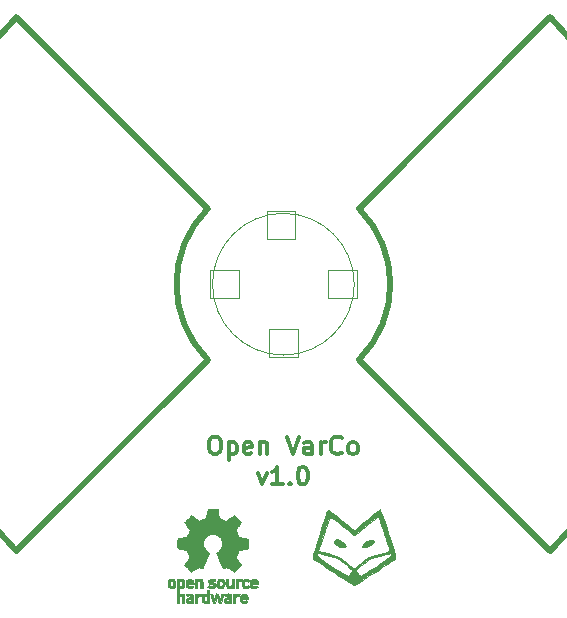
<source format=gbr>
G04 #@! TF.GenerationSoftware,KiCad,Pcbnew,5.1.5+dfsg1-2build2*
G04 #@! TF.CreationDate,2021-12-19T10:21:25+01:00*
G04 #@! TF.ProjectId,Drehko_large_Rotor,44726568-6b6f-45f6-9c61-7267655f526f,1.0*
G04 #@! TF.SameCoordinates,Original*
G04 #@! TF.FileFunction,Legend,Top*
G04 #@! TF.FilePolarity,Positive*
%FSLAX46Y46*%
G04 Gerber Fmt 4.6, Leading zero omitted, Abs format (unit mm)*
G04 Created by KiCad (PCBNEW 5.1.5+dfsg1-2build2) date 2021-12-19 10:21:25*
%MOMM*%
%LPD*%
G04 APERTURE LIST*
%ADD10C,0.500000*%
%ADD11C,0.300000*%
%ADD12C,0.120000*%
%ADD13C,0.010000*%
G04 APERTURE END LIST*
D10*
X143600001Y-106399999D02*
G75*
G02X143600001Y-93600001I6399999J6399999D01*
G01*
X156399999Y-93600001D02*
X172599999Y-77400001D01*
X172599999Y-122599999D02*
X156399999Y-106399999D01*
X143600001Y-106399999D02*
X127400000Y-122600000D01*
X143600001Y-93600001D02*
X127400001Y-77400001D01*
X172599999Y-77400001D02*
G75*
G02X172599999Y-122599999I-22599999J-22599999D01*
G01*
X127400001Y-122599999D02*
G75*
G02X127400001Y-77400001I22599999J22599999D01*
G01*
X156399999Y-93600001D02*
G75*
G02X156399999Y-106399999I-6399999J-6399999D01*
G01*
D11*
X144071428Y-112903571D02*
X144357142Y-112903571D01*
X144500000Y-112975000D01*
X144642857Y-113117857D01*
X144714285Y-113403571D01*
X144714285Y-113903571D01*
X144642857Y-114189285D01*
X144500000Y-114332142D01*
X144357142Y-114403571D01*
X144071428Y-114403571D01*
X143928571Y-114332142D01*
X143785714Y-114189285D01*
X143714285Y-113903571D01*
X143714285Y-113403571D01*
X143785714Y-113117857D01*
X143928571Y-112975000D01*
X144071428Y-112903571D01*
X145357142Y-113403571D02*
X145357142Y-114903571D01*
X145357142Y-113475000D02*
X145500000Y-113403571D01*
X145785714Y-113403571D01*
X145928571Y-113475000D01*
X146000000Y-113546428D01*
X146071428Y-113689285D01*
X146071428Y-114117857D01*
X146000000Y-114260714D01*
X145928571Y-114332142D01*
X145785714Y-114403571D01*
X145500000Y-114403571D01*
X145357142Y-114332142D01*
X147285714Y-114332142D02*
X147142857Y-114403571D01*
X146857142Y-114403571D01*
X146714285Y-114332142D01*
X146642857Y-114189285D01*
X146642857Y-113617857D01*
X146714285Y-113475000D01*
X146857142Y-113403571D01*
X147142857Y-113403571D01*
X147285714Y-113475000D01*
X147357142Y-113617857D01*
X147357142Y-113760714D01*
X146642857Y-113903571D01*
X148000000Y-113403571D02*
X148000000Y-114403571D01*
X148000000Y-113546428D02*
X148071428Y-113475000D01*
X148214285Y-113403571D01*
X148428571Y-113403571D01*
X148571428Y-113475000D01*
X148642857Y-113617857D01*
X148642857Y-114403571D01*
X150285714Y-112903571D02*
X150785714Y-114403571D01*
X151285714Y-112903571D01*
X152428571Y-114403571D02*
X152428571Y-113617857D01*
X152357142Y-113475000D01*
X152214285Y-113403571D01*
X151928571Y-113403571D01*
X151785714Y-113475000D01*
X152428571Y-114332142D02*
X152285714Y-114403571D01*
X151928571Y-114403571D01*
X151785714Y-114332142D01*
X151714285Y-114189285D01*
X151714285Y-114046428D01*
X151785714Y-113903571D01*
X151928571Y-113832142D01*
X152285714Y-113832142D01*
X152428571Y-113760714D01*
X153142857Y-114403571D02*
X153142857Y-113403571D01*
X153142857Y-113689285D02*
X153214285Y-113546428D01*
X153285714Y-113475000D01*
X153428571Y-113403571D01*
X153571428Y-113403571D01*
X154928571Y-114260714D02*
X154857142Y-114332142D01*
X154642857Y-114403571D01*
X154500000Y-114403571D01*
X154285714Y-114332142D01*
X154142857Y-114189285D01*
X154071428Y-114046428D01*
X154000000Y-113760714D01*
X154000000Y-113546428D01*
X154071428Y-113260714D01*
X154142857Y-113117857D01*
X154285714Y-112975000D01*
X154500000Y-112903571D01*
X154642857Y-112903571D01*
X154857142Y-112975000D01*
X154928571Y-113046428D01*
X155785714Y-114403571D02*
X155642857Y-114332142D01*
X155571428Y-114260714D01*
X155500000Y-114117857D01*
X155500000Y-113689285D01*
X155571428Y-113546428D01*
X155642857Y-113475000D01*
X155785714Y-113403571D01*
X156000000Y-113403571D01*
X156142857Y-113475000D01*
X156214285Y-113546428D01*
X156285714Y-113689285D01*
X156285714Y-114117857D01*
X156214285Y-114260714D01*
X156142857Y-114332142D01*
X156000000Y-114403571D01*
X155785714Y-114403571D01*
X147857142Y-115953571D02*
X148214285Y-116953571D01*
X148571428Y-115953571D01*
X149928571Y-116953571D02*
X149071428Y-116953571D01*
X149500000Y-116953571D02*
X149500000Y-115453571D01*
X149357142Y-115667857D01*
X149214285Y-115810714D01*
X149071428Y-115882142D01*
X150571428Y-116810714D02*
X150642857Y-116882142D01*
X150571428Y-116953571D01*
X150500000Y-116882142D01*
X150571428Y-116810714D01*
X150571428Y-116953571D01*
X151571428Y-115453571D02*
X151714285Y-115453571D01*
X151857142Y-115525000D01*
X151928571Y-115596428D01*
X152000000Y-115739285D01*
X152071428Y-116025000D01*
X152071428Y-116382142D01*
X152000000Y-116667857D01*
X151928571Y-116810714D01*
X151857142Y-116882142D01*
X151714285Y-116953571D01*
X151571428Y-116953571D01*
X151428571Y-116882142D01*
X151357142Y-116810714D01*
X151285714Y-116667857D01*
X151214285Y-116382142D01*
X151214285Y-116025000D01*
X151285714Y-115739285D01*
X151357142Y-115596428D01*
X151428571Y-115525000D01*
X151571428Y-115453571D01*
D12*
X156000000Y-100000000D02*
G75*
G03X156000000Y-100000000I-6000000J0D01*
G01*
X143800000Y-101200000D02*
X143800000Y-98800000D01*
X146200000Y-101200000D02*
X143800000Y-101200000D01*
X146200000Y-98800000D02*
X146200000Y-101200000D01*
X143800000Y-98800000D02*
X146200000Y-98800000D01*
D13*
G36*
X157576150Y-121683660D02*
G01*
X157666101Y-121786103D01*
X157610838Y-121934739D01*
X157407938Y-122102751D01*
X157192797Y-122202029D01*
X156963511Y-122262181D01*
X156771908Y-122275649D01*
X156669815Y-122234878D01*
X156664378Y-122211167D01*
X156715406Y-122109398D01*
X156837064Y-121940868D01*
X156863931Y-121907468D01*
X157106030Y-121708668D01*
X157344653Y-121653468D01*
X157576150Y-121683660D01*
G37*
X157576150Y-121683660D02*
X157666101Y-121786103D01*
X157610838Y-121934739D01*
X157407938Y-122102751D01*
X157192797Y-122202029D01*
X156963511Y-122262181D01*
X156771908Y-122275649D01*
X156669815Y-122234878D01*
X156664378Y-122211167D01*
X156715406Y-122109398D01*
X156837064Y-121940868D01*
X156863931Y-121907468D01*
X157106030Y-121708668D01*
X157344653Y-121653468D01*
X157576150Y-121683660D01*
G36*
X154696534Y-121648978D02*
G01*
X154895592Y-121776583D01*
X155097830Y-121939156D01*
X155251819Y-122095707D01*
X155306667Y-122198771D01*
X155234292Y-122248881D01*
X155060675Y-122266382D01*
X154851075Y-122249501D01*
X154714000Y-122214873D01*
X154560428Y-122125737D01*
X154397557Y-121996125D01*
X154273644Y-121848915D01*
X154284615Y-121734179D01*
X154302091Y-121710568D01*
X154463099Y-121612079D01*
X154552087Y-121597333D01*
X154696534Y-121648978D01*
G37*
X154696534Y-121648978D02*
X154895592Y-121776583D01*
X155097830Y-121939156D01*
X155251819Y-122095707D01*
X155306667Y-122198771D01*
X155234292Y-122248881D01*
X155060675Y-122266382D01*
X154851075Y-122249501D01*
X154714000Y-122214873D01*
X154560428Y-122125737D01*
X154397557Y-121996125D01*
X154273644Y-121848915D01*
X154284615Y-121734179D01*
X154302091Y-121710568D01*
X154463099Y-121612079D01*
X154552087Y-121597333D01*
X154696534Y-121648978D01*
G36*
X158218233Y-119135991D02*
G01*
X158300174Y-119353239D01*
X158418720Y-119688838D01*
X158566408Y-120121315D01*
X158735774Y-120629194D01*
X158890521Y-121102025D01*
X159098048Y-121746907D01*
X159254996Y-122249441D01*
X159365917Y-122627385D01*
X159435367Y-122898497D01*
X159467899Y-123080537D01*
X159468068Y-123191261D01*
X159440854Y-123248038D01*
X159345287Y-123317408D01*
X159135129Y-123459307D01*
X158834191Y-123658369D01*
X158466281Y-123899226D01*
X158055208Y-124166511D01*
X157624784Y-124444858D01*
X157198816Y-124718899D01*
X156801114Y-124973268D01*
X156455489Y-125192596D01*
X156185749Y-125361518D01*
X156015703Y-125464667D01*
X155967785Y-125489614D01*
X155892561Y-125444795D01*
X155695358Y-125320224D01*
X155396034Y-125128646D01*
X155014450Y-124882803D01*
X154570464Y-124595439D01*
X154252740Y-124389121D01*
X153774239Y-124076910D01*
X153341820Y-123792675D01*
X152976223Y-123550218D01*
X152698191Y-123363345D01*
X152528465Y-123245859D01*
X152486392Y-123213592D01*
X152494172Y-123119750D01*
X152539016Y-122930833D01*
X152852318Y-122930833D01*
X152927099Y-123040514D01*
X153149194Y-123228605D01*
X153516623Y-123493608D01*
X154027408Y-123834024D01*
X154143485Y-123909025D01*
X155433667Y-124739050D01*
X155624167Y-124518137D01*
X155753104Y-124349441D01*
X155807031Y-124245438D01*
X156153333Y-124245438D01*
X156206722Y-124367825D01*
X156334259Y-124530673D01*
X156400787Y-124603416D01*
X156459961Y-124651717D01*
X156532197Y-124666609D01*
X156637913Y-124639125D01*
X156797527Y-124560298D01*
X157031455Y-124421161D01*
X157360116Y-124212747D01*
X157803927Y-123926088D01*
X158000994Y-123798667D01*
X158488313Y-123473992D01*
X158839589Y-123217986D01*
X159050195Y-123034253D01*
X159115763Y-122930833D01*
X159093134Y-122805000D01*
X159067273Y-122782667D01*
X158944435Y-122803770D01*
X158705912Y-122858873D01*
X158398898Y-122935666D01*
X158070586Y-123021840D01*
X157768170Y-123105086D01*
X157538843Y-123173093D01*
X157445671Y-123205631D01*
X157273863Y-123302635D01*
X157038052Y-123465834D01*
X156774390Y-123666142D01*
X156519027Y-123874471D01*
X156308114Y-124061735D01*
X156177801Y-124198847D01*
X156153333Y-124245438D01*
X155807031Y-124245438D01*
X155813953Y-124232089D01*
X155814667Y-124225007D01*
X155753165Y-124148403D01*
X155592786Y-123999643D01*
X155369712Y-123808706D01*
X155120129Y-123605571D01*
X154880222Y-123420218D01*
X154686176Y-123282625D01*
X154648566Y-123258896D01*
X154518389Y-123206810D01*
X154271423Y-123127223D01*
X153955211Y-123033490D01*
X153617293Y-122938968D01*
X153305213Y-122857013D01*
X153066512Y-122800983D01*
X152957167Y-122783718D01*
X152868080Y-122852270D01*
X152852318Y-122930833D01*
X152539016Y-122930833D01*
X152548182Y-122892220D01*
X152627950Y-122601575D01*
X152952833Y-122601575D01*
X153769916Y-122797922D01*
X154169397Y-122900735D01*
X154467693Y-123002779D01*
X154726254Y-123133683D01*
X155006529Y-123323079D01*
X155264333Y-123518537D01*
X155550629Y-123738575D01*
X155782928Y-123914173D01*
X155931586Y-124023094D01*
X155969815Y-124047735D01*
X156044343Y-124001549D01*
X156221976Y-123873292D01*
X156472408Y-123685179D01*
X156647148Y-123551167D01*
X156976766Y-123306244D01*
X157249130Y-123137101D01*
X157526653Y-123013728D01*
X157871745Y-122906114D01*
X158128656Y-122838789D01*
X158479026Y-122747905D01*
X158761211Y-122670710D01*
X158939402Y-122617234D01*
X158982968Y-122599455D01*
X158969156Y-122509217D01*
X158909722Y-122291235D01*
X158814882Y-121976440D01*
X158694858Y-121595761D01*
X158559866Y-121180130D01*
X158420127Y-120760476D01*
X158285859Y-120367732D01*
X158167280Y-120032827D01*
X158074611Y-119786692D01*
X158018070Y-119660257D01*
X158008522Y-119650000D01*
X157925324Y-119702063D01*
X157738238Y-119845309D01*
X157471603Y-120060329D01*
X157149760Y-120327709D01*
X157000000Y-120454333D01*
X156661888Y-120738298D01*
X156368523Y-120978277D01*
X156144236Y-121154860D01*
X156013356Y-121248636D01*
X155991822Y-121258667D01*
X155908652Y-121206811D01*
X155721105Y-121064063D01*
X155453440Y-120849655D01*
X155129916Y-120582815D01*
X154971169Y-120449573D01*
X154631579Y-120170675D01*
X154336396Y-119942670D01*
X154109588Y-119782957D01*
X153975126Y-119708937D01*
X153950607Y-119708740D01*
X153905022Y-119807957D01*
X153816883Y-120040783D01*
X153696004Y-120379797D01*
X153552196Y-120797573D01*
X153420864Y-121189287D01*
X152952833Y-122601575D01*
X152627950Y-122601575D01*
X152640022Y-122557591D01*
X152761295Y-122142454D01*
X152903602Y-121673401D01*
X153058544Y-121177021D01*
X153217724Y-120679907D01*
X153372743Y-120208647D01*
X153515203Y-119789834D01*
X153636706Y-119450057D01*
X153728853Y-119215908D01*
X153780283Y-119116858D01*
X153861747Y-119146050D01*
X154047970Y-119269927D01*
X154316279Y-119471663D01*
X154643999Y-119734435D01*
X154891542Y-119941376D01*
X155246636Y-120240902D01*
X155555676Y-120497609D01*
X155796209Y-120693162D01*
X155945780Y-120809227D01*
X155984000Y-120833393D01*
X156059678Y-120781585D01*
X156241813Y-120638313D01*
X156507882Y-120421832D01*
X156835362Y-120150394D01*
X157079694Y-119945375D01*
X157436259Y-119647171D01*
X157747095Y-119391756D01*
X157989561Y-119197372D01*
X158141015Y-119082261D01*
X158180360Y-119058570D01*
X158218233Y-119135991D01*
G37*
X158218233Y-119135991D02*
X158300174Y-119353239D01*
X158418720Y-119688838D01*
X158566408Y-120121315D01*
X158735774Y-120629194D01*
X158890521Y-121102025D01*
X159098048Y-121746907D01*
X159254996Y-122249441D01*
X159365917Y-122627385D01*
X159435367Y-122898497D01*
X159467899Y-123080537D01*
X159468068Y-123191261D01*
X159440854Y-123248038D01*
X159345287Y-123317408D01*
X159135129Y-123459307D01*
X158834191Y-123658369D01*
X158466281Y-123899226D01*
X158055208Y-124166511D01*
X157624784Y-124444858D01*
X157198816Y-124718899D01*
X156801114Y-124973268D01*
X156455489Y-125192596D01*
X156185749Y-125361518D01*
X156015703Y-125464667D01*
X155967785Y-125489614D01*
X155892561Y-125444795D01*
X155695358Y-125320224D01*
X155396034Y-125128646D01*
X155014450Y-124882803D01*
X154570464Y-124595439D01*
X154252740Y-124389121D01*
X153774239Y-124076910D01*
X153341820Y-123792675D01*
X152976223Y-123550218D01*
X152698191Y-123363345D01*
X152528465Y-123245859D01*
X152486392Y-123213592D01*
X152494172Y-123119750D01*
X152539016Y-122930833D01*
X152852318Y-122930833D01*
X152927099Y-123040514D01*
X153149194Y-123228605D01*
X153516623Y-123493608D01*
X154027408Y-123834024D01*
X154143485Y-123909025D01*
X155433667Y-124739050D01*
X155624167Y-124518137D01*
X155753104Y-124349441D01*
X155807031Y-124245438D01*
X156153333Y-124245438D01*
X156206722Y-124367825D01*
X156334259Y-124530673D01*
X156400787Y-124603416D01*
X156459961Y-124651717D01*
X156532197Y-124666609D01*
X156637913Y-124639125D01*
X156797527Y-124560298D01*
X157031455Y-124421161D01*
X157360116Y-124212747D01*
X157803927Y-123926088D01*
X158000994Y-123798667D01*
X158488313Y-123473992D01*
X158839589Y-123217986D01*
X159050195Y-123034253D01*
X159115763Y-122930833D01*
X159093134Y-122805000D01*
X159067273Y-122782667D01*
X158944435Y-122803770D01*
X158705912Y-122858873D01*
X158398898Y-122935666D01*
X158070586Y-123021840D01*
X157768170Y-123105086D01*
X157538843Y-123173093D01*
X157445671Y-123205631D01*
X157273863Y-123302635D01*
X157038052Y-123465834D01*
X156774390Y-123666142D01*
X156519027Y-123874471D01*
X156308114Y-124061735D01*
X156177801Y-124198847D01*
X156153333Y-124245438D01*
X155807031Y-124245438D01*
X155813953Y-124232089D01*
X155814667Y-124225007D01*
X155753165Y-124148403D01*
X155592786Y-123999643D01*
X155369712Y-123808706D01*
X155120129Y-123605571D01*
X154880222Y-123420218D01*
X154686176Y-123282625D01*
X154648566Y-123258896D01*
X154518389Y-123206810D01*
X154271423Y-123127223D01*
X153955211Y-123033490D01*
X153617293Y-122938968D01*
X153305213Y-122857013D01*
X153066512Y-122800983D01*
X152957167Y-122783718D01*
X152868080Y-122852270D01*
X152852318Y-122930833D01*
X152539016Y-122930833D01*
X152548182Y-122892220D01*
X152627950Y-122601575D01*
X152952833Y-122601575D01*
X153769916Y-122797922D01*
X154169397Y-122900735D01*
X154467693Y-123002779D01*
X154726254Y-123133683D01*
X155006529Y-123323079D01*
X155264333Y-123518537D01*
X155550629Y-123738575D01*
X155782928Y-123914173D01*
X155931586Y-124023094D01*
X155969815Y-124047735D01*
X156044343Y-124001549D01*
X156221976Y-123873292D01*
X156472408Y-123685179D01*
X156647148Y-123551167D01*
X156976766Y-123306244D01*
X157249130Y-123137101D01*
X157526653Y-123013728D01*
X157871745Y-122906114D01*
X158128656Y-122838789D01*
X158479026Y-122747905D01*
X158761211Y-122670710D01*
X158939402Y-122617234D01*
X158982968Y-122599455D01*
X158969156Y-122509217D01*
X158909722Y-122291235D01*
X158814882Y-121976440D01*
X158694858Y-121595761D01*
X158559866Y-121180130D01*
X158420127Y-120760476D01*
X158285859Y-120367732D01*
X158167280Y-120032827D01*
X158074611Y-119786692D01*
X158018070Y-119660257D01*
X158008522Y-119650000D01*
X157925324Y-119702063D01*
X157738238Y-119845309D01*
X157471603Y-120060329D01*
X157149760Y-120327709D01*
X157000000Y-120454333D01*
X156661888Y-120738298D01*
X156368523Y-120978277D01*
X156144236Y-121154860D01*
X156013356Y-121248636D01*
X155991822Y-121258667D01*
X155908652Y-121206811D01*
X155721105Y-121064063D01*
X155453440Y-120849655D01*
X155129916Y-120582815D01*
X154971169Y-120449573D01*
X154631579Y-120170675D01*
X154336396Y-119942670D01*
X154109588Y-119782957D01*
X153975126Y-119708937D01*
X153950607Y-119708740D01*
X153905022Y-119807957D01*
X153816883Y-120040783D01*
X153696004Y-120379797D01*
X153552196Y-120797573D01*
X153420864Y-121189287D01*
X152952833Y-122601575D01*
X152627950Y-122601575D01*
X152640022Y-122557591D01*
X152761295Y-122142454D01*
X152903602Y-121673401D01*
X153058544Y-121177021D01*
X153217724Y-120679907D01*
X153372743Y-120208647D01*
X153515203Y-119789834D01*
X153636706Y-119450057D01*
X153728853Y-119215908D01*
X153780283Y-119116858D01*
X153861747Y-119146050D01*
X154047970Y-119269927D01*
X154316279Y-119471663D01*
X154643999Y-119734435D01*
X154891542Y-119941376D01*
X155246636Y-120240902D01*
X155555676Y-120497609D01*
X155796209Y-120693162D01*
X155945780Y-120809227D01*
X155984000Y-120833393D01*
X156059678Y-120781585D01*
X156241813Y-120638313D01*
X156507882Y-120421832D01*
X156835362Y-120150394D01*
X157079694Y-119945375D01*
X157436259Y-119647171D01*
X157747095Y-119391756D01*
X157989561Y-119197372D01*
X158141015Y-119082261D01*
X158180360Y-119058570D01*
X158218233Y-119135991D01*
G36*
X144500964Y-119398576D02*
G01*
X144576513Y-119799322D01*
X145134041Y-120029154D01*
X145468465Y-119801748D01*
X145562122Y-119738431D01*
X145646782Y-119681896D01*
X145718495Y-119634727D01*
X145773311Y-119599502D01*
X145807280Y-119578805D01*
X145816530Y-119574342D01*
X145833195Y-119585820D01*
X145868806Y-119617551D01*
X145919371Y-119665483D01*
X145980900Y-119725562D01*
X146049399Y-119793733D01*
X146120879Y-119865945D01*
X146191347Y-119938142D01*
X146256811Y-120006273D01*
X146313280Y-120066283D01*
X146356763Y-120114119D01*
X146383268Y-120145727D01*
X146389605Y-120156305D01*
X146380486Y-120175806D01*
X146354920Y-120218531D01*
X146315597Y-120280298D01*
X146265203Y-120356931D01*
X146206427Y-120444248D01*
X146172368Y-120494052D01*
X146110289Y-120584993D01*
X146055126Y-120667059D01*
X146009554Y-120736163D01*
X145976250Y-120788222D01*
X145957890Y-120819150D01*
X145955131Y-120825650D01*
X145961385Y-120844121D01*
X145978434Y-120887172D01*
X146003703Y-120948749D01*
X146034622Y-121022799D01*
X146068618Y-121103270D01*
X146103118Y-121184107D01*
X146135551Y-121259258D01*
X146163343Y-121322671D01*
X146183923Y-121368293D01*
X146194719Y-121390069D01*
X146195356Y-121390926D01*
X146212307Y-121395084D01*
X146257451Y-121404361D01*
X146326110Y-121417844D01*
X146413602Y-121434621D01*
X146515250Y-121453781D01*
X146574556Y-121464830D01*
X146683172Y-121485510D01*
X146781277Y-121505189D01*
X146863909Y-121522789D01*
X146926104Y-121537233D01*
X146962899Y-121547446D01*
X146970296Y-121550686D01*
X146977540Y-121572617D01*
X146983385Y-121622147D01*
X146987835Y-121693485D01*
X146990893Y-121780839D01*
X146992565Y-121878417D01*
X146992853Y-121980426D01*
X146991761Y-122081075D01*
X146989294Y-122174572D01*
X146985456Y-122255125D01*
X146980250Y-122316942D01*
X146973681Y-122354230D01*
X146969741Y-122361993D01*
X146946188Y-122371298D01*
X146896282Y-122384600D01*
X146826623Y-122400337D01*
X146743813Y-122416946D01*
X146714905Y-122422319D01*
X146575531Y-122447848D01*
X146465436Y-122468408D01*
X146380982Y-122484815D01*
X146318530Y-122497887D01*
X146274444Y-122508441D01*
X146245085Y-122517294D01*
X146226815Y-122525263D01*
X146215998Y-122533165D01*
X146214485Y-122534727D01*
X146199377Y-122559886D01*
X146176329Y-122608850D01*
X146147644Y-122675621D01*
X146115622Y-122754205D01*
X146082565Y-122838607D01*
X146050773Y-122922830D01*
X146022549Y-123000879D01*
X146000193Y-123066759D01*
X145986007Y-123114473D01*
X145982293Y-123138027D01*
X145982602Y-123138852D01*
X145995189Y-123158104D01*
X146023744Y-123200463D01*
X146065267Y-123261521D01*
X146116756Y-123336868D01*
X146175211Y-123422096D01*
X146191858Y-123446315D01*
X146251215Y-123534123D01*
X146303447Y-123614238D01*
X146345708Y-123682062D01*
X146375153Y-123732993D01*
X146388937Y-123762431D01*
X146389605Y-123766048D01*
X146378024Y-123785057D01*
X146346024Y-123822714D01*
X146297718Y-123874973D01*
X146237220Y-123937786D01*
X146168644Y-124007106D01*
X146096104Y-124078885D01*
X146023712Y-124149077D01*
X145955584Y-124213635D01*
X145895832Y-124268510D01*
X145848571Y-124309656D01*
X145817913Y-124333026D01*
X145809432Y-124336842D01*
X145789691Y-124327855D01*
X145749274Y-124303616D01*
X145694763Y-124268209D01*
X145652823Y-124239711D01*
X145576829Y-124187418D01*
X145486834Y-124125845D01*
X145396564Y-124064370D01*
X145348032Y-124031469D01*
X145183762Y-123920359D01*
X145045869Y-123994916D01*
X144983049Y-124027578D01*
X144929629Y-124052966D01*
X144893484Y-124067446D01*
X144884284Y-124069460D01*
X144873221Y-124054584D01*
X144851394Y-124012547D01*
X144820434Y-123947227D01*
X144781970Y-123862500D01*
X144737632Y-123762245D01*
X144689047Y-123650339D01*
X144637846Y-123530659D01*
X144585659Y-123407084D01*
X144534113Y-123283491D01*
X144484840Y-123163757D01*
X144439467Y-123051759D01*
X144399625Y-122951377D01*
X144366942Y-122866486D01*
X144343049Y-122800965D01*
X144329574Y-122758690D01*
X144327406Y-122744172D01*
X144344583Y-122725653D01*
X144382190Y-122695590D01*
X144432366Y-122660232D01*
X144436578Y-122657434D01*
X144566264Y-122553625D01*
X144670834Y-122432515D01*
X144749381Y-122297976D01*
X144800999Y-122153882D01*
X144824782Y-122004105D01*
X144819823Y-121852517D01*
X144785217Y-121702992D01*
X144720057Y-121559400D01*
X144700886Y-121527984D01*
X144601174Y-121401125D01*
X144483377Y-121299255D01*
X144351571Y-121222904D01*
X144209833Y-121172602D01*
X144062242Y-121148879D01*
X143912873Y-121152265D01*
X143765803Y-121183288D01*
X143625111Y-121242480D01*
X143494873Y-121330369D01*
X143454586Y-121366042D01*
X143352055Y-121477706D01*
X143277341Y-121595257D01*
X143226090Y-121727020D01*
X143197546Y-121857507D01*
X143190500Y-122004216D01*
X143213996Y-122151653D01*
X143265649Y-122294834D01*
X143343071Y-122428777D01*
X143443875Y-122548498D01*
X143565676Y-122649014D01*
X143581684Y-122659609D01*
X143632398Y-122694306D01*
X143670950Y-122724370D01*
X143689381Y-122743565D01*
X143689649Y-122744172D01*
X143685692Y-122764936D01*
X143670007Y-122812062D01*
X143644222Y-122881673D01*
X143609969Y-122969893D01*
X143568877Y-123072844D01*
X143522576Y-123186650D01*
X143472696Y-123307435D01*
X143420867Y-123431321D01*
X143368719Y-123554432D01*
X143317882Y-123672891D01*
X143269987Y-123782823D01*
X143226662Y-123880349D01*
X143189538Y-123961593D01*
X143160244Y-124022679D01*
X143140412Y-124059730D01*
X143132426Y-124069460D01*
X143108021Y-124061883D01*
X143062358Y-124041560D01*
X143003310Y-124012125D01*
X142970840Y-123994916D01*
X142832947Y-123920359D01*
X142668677Y-124031469D01*
X142584821Y-124088390D01*
X142493013Y-124151030D01*
X142406980Y-124210011D01*
X142363887Y-124239711D01*
X142303277Y-124280410D01*
X142251955Y-124312663D01*
X142216615Y-124332384D01*
X142205137Y-124336554D01*
X142188430Y-124325307D01*
X142151454Y-124293911D01*
X142097795Y-124245624D01*
X142031038Y-124183708D01*
X141954766Y-124111421D01*
X141906527Y-124065008D01*
X141822133Y-123982087D01*
X141749197Y-123907920D01*
X141690669Y-123845680D01*
X141649497Y-123798541D01*
X141628628Y-123769673D01*
X141626626Y-123763815D01*
X141635917Y-123741532D01*
X141661591Y-123696477D01*
X141700800Y-123633211D01*
X141750697Y-123556295D01*
X141808433Y-123470292D01*
X141824851Y-123446315D01*
X141884677Y-123359170D01*
X141938350Y-123280710D01*
X141982870Y-123215345D01*
X142015235Y-123167484D01*
X142032445Y-123141535D01*
X142034107Y-123138852D01*
X142031621Y-123118172D01*
X142018423Y-123072704D01*
X141996814Y-123008444D01*
X141969096Y-122931387D01*
X141937570Y-122847529D01*
X141904537Y-122762866D01*
X141872299Y-122683392D01*
X141843157Y-122615104D01*
X141819412Y-122563997D01*
X141803365Y-122536067D01*
X141802225Y-122534727D01*
X141792412Y-122526745D01*
X141775839Y-122518851D01*
X141748868Y-122510229D01*
X141707861Y-122500062D01*
X141649180Y-122487531D01*
X141569187Y-122471821D01*
X141464245Y-122452113D01*
X141330715Y-122427592D01*
X141301804Y-122422319D01*
X141216118Y-122405764D01*
X141141418Y-122389569D01*
X141084306Y-122375296D01*
X141051383Y-122364508D01*
X141046969Y-122361993D01*
X141039694Y-122339696D01*
X141033781Y-122289869D01*
X141029234Y-122218304D01*
X141026055Y-122130793D01*
X141024251Y-122033128D01*
X141023823Y-121931101D01*
X141024777Y-121830503D01*
X141027116Y-121737127D01*
X141030844Y-121656765D01*
X141035966Y-121595209D01*
X141042484Y-121558250D01*
X141046414Y-121550686D01*
X141068292Y-121543056D01*
X141118109Y-121530642D01*
X141190903Y-121514522D01*
X141281711Y-121495773D01*
X141385569Y-121475471D01*
X141442154Y-121464830D01*
X141549514Y-121444760D01*
X141645254Y-121426580D01*
X141724694Y-121411199D01*
X141783154Y-121399531D01*
X141815955Y-121392488D01*
X141821354Y-121390926D01*
X141830478Y-121373322D01*
X141849765Y-121330918D01*
X141876645Y-121269772D01*
X141908546Y-121195943D01*
X141942898Y-121115489D01*
X141977129Y-121034468D01*
X142008669Y-120958937D01*
X142034946Y-120894955D01*
X142053389Y-120848580D01*
X142061429Y-120825869D01*
X142061578Y-120824876D01*
X142052465Y-120806961D01*
X142026914Y-120765733D01*
X141987612Y-120705291D01*
X141937243Y-120629731D01*
X141878494Y-120543152D01*
X141844342Y-120493421D01*
X141782110Y-120402236D01*
X141726836Y-120319449D01*
X141681218Y-120249249D01*
X141647952Y-120195824D01*
X141629736Y-120163361D01*
X141627105Y-120156083D01*
X141638414Y-120139145D01*
X141669681Y-120102978D01*
X141716910Y-120051635D01*
X141776108Y-119989167D01*
X141843281Y-119919626D01*
X141914434Y-119847065D01*
X141985574Y-119775535D01*
X142052707Y-119709087D01*
X142111839Y-119651774D01*
X142158975Y-119607647D01*
X142190123Y-119580759D01*
X142200543Y-119574342D01*
X142217509Y-119583365D01*
X142258089Y-119608715D01*
X142318337Y-119647810D01*
X142394307Y-119698071D01*
X142482054Y-119756917D01*
X142548244Y-119801748D01*
X142882668Y-120029154D01*
X143161433Y-119914238D01*
X143440197Y-119799322D01*
X143515746Y-119398576D01*
X143591294Y-118997829D01*
X144425415Y-118997829D01*
X144500964Y-119398576D01*
G37*
X144500964Y-119398576D02*
X144576513Y-119799322D01*
X145134041Y-120029154D01*
X145468465Y-119801748D01*
X145562122Y-119738431D01*
X145646782Y-119681896D01*
X145718495Y-119634727D01*
X145773311Y-119599502D01*
X145807280Y-119578805D01*
X145816530Y-119574342D01*
X145833195Y-119585820D01*
X145868806Y-119617551D01*
X145919371Y-119665483D01*
X145980900Y-119725562D01*
X146049399Y-119793733D01*
X146120879Y-119865945D01*
X146191347Y-119938142D01*
X146256811Y-120006273D01*
X146313280Y-120066283D01*
X146356763Y-120114119D01*
X146383268Y-120145727D01*
X146389605Y-120156305D01*
X146380486Y-120175806D01*
X146354920Y-120218531D01*
X146315597Y-120280298D01*
X146265203Y-120356931D01*
X146206427Y-120444248D01*
X146172368Y-120494052D01*
X146110289Y-120584993D01*
X146055126Y-120667059D01*
X146009554Y-120736163D01*
X145976250Y-120788222D01*
X145957890Y-120819150D01*
X145955131Y-120825650D01*
X145961385Y-120844121D01*
X145978434Y-120887172D01*
X146003703Y-120948749D01*
X146034622Y-121022799D01*
X146068618Y-121103270D01*
X146103118Y-121184107D01*
X146135551Y-121259258D01*
X146163343Y-121322671D01*
X146183923Y-121368293D01*
X146194719Y-121390069D01*
X146195356Y-121390926D01*
X146212307Y-121395084D01*
X146257451Y-121404361D01*
X146326110Y-121417844D01*
X146413602Y-121434621D01*
X146515250Y-121453781D01*
X146574556Y-121464830D01*
X146683172Y-121485510D01*
X146781277Y-121505189D01*
X146863909Y-121522789D01*
X146926104Y-121537233D01*
X146962899Y-121547446D01*
X146970296Y-121550686D01*
X146977540Y-121572617D01*
X146983385Y-121622147D01*
X146987835Y-121693485D01*
X146990893Y-121780839D01*
X146992565Y-121878417D01*
X146992853Y-121980426D01*
X146991761Y-122081075D01*
X146989294Y-122174572D01*
X146985456Y-122255125D01*
X146980250Y-122316942D01*
X146973681Y-122354230D01*
X146969741Y-122361993D01*
X146946188Y-122371298D01*
X146896282Y-122384600D01*
X146826623Y-122400337D01*
X146743813Y-122416946D01*
X146714905Y-122422319D01*
X146575531Y-122447848D01*
X146465436Y-122468408D01*
X146380982Y-122484815D01*
X146318530Y-122497887D01*
X146274444Y-122508441D01*
X146245085Y-122517294D01*
X146226815Y-122525263D01*
X146215998Y-122533165D01*
X146214485Y-122534727D01*
X146199377Y-122559886D01*
X146176329Y-122608850D01*
X146147644Y-122675621D01*
X146115622Y-122754205D01*
X146082565Y-122838607D01*
X146050773Y-122922830D01*
X146022549Y-123000879D01*
X146000193Y-123066759D01*
X145986007Y-123114473D01*
X145982293Y-123138027D01*
X145982602Y-123138852D01*
X145995189Y-123158104D01*
X146023744Y-123200463D01*
X146065267Y-123261521D01*
X146116756Y-123336868D01*
X146175211Y-123422096D01*
X146191858Y-123446315D01*
X146251215Y-123534123D01*
X146303447Y-123614238D01*
X146345708Y-123682062D01*
X146375153Y-123732993D01*
X146388937Y-123762431D01*
X146389605Y-123766048D01*
X146378024Y-123785057D01*
X146346024Y-123822714D01*
X146297718Y-123874973D01*
X146237220Y-123937786D01*
X146168644Y-124007106D01*
X146096104Y-124078885D01*
X146023712Y-124149077D01*
X145955584Y-124213635D01*
X145895832Y-124268510D01*
X145848571Y-124309656D01*
X145817913Y-124333026D01*
X145809432Y-124336842D01*
X145789691Y-124327855D01*
X145749274Y-124303616D01*
X145694763Y-124268209D01*
X145652823Y-124239711D01*
X145576829Y-124187418D01*
X145486834Y-124125845D01*
X145396564Y-124064370D01*
X145348032Y-124031469D01*
X145183762Y-123920359D01*
X145045869Y-123994916D01*
X144983049Y-124027578D01*
X144929629Y-124052966D01*
X144893484Y-124067446D01*
X144884284Y-124069460D01*
X144873221Y-124054584D01*
X144851394Y-124012547D01*
X144820434Y-123947227D01*
X144781970Y-123862500D01*
X144737632Y-123762245D01*
X144689047Y-123650339D01*
X144637846Y-123530659D01*
X144585659Y-123407084D01*
X144534113Y-123283491D01*
X144484840Y-123163757D01*
X144439467Y-123051759D01*
X144399625Y-122951377D01*
X144366942Y-122866486D01*
X144343049Y-122800965D01*
X144329574Y-122758690D01*
X144327406Y-122744172D01*
X144344583Y-122725653D01*
X144382190Y-122695590D01*
X144432366Y-122660232D01*
X144436578Y-122657434D01*
X144566264Y-122553625D01*
X144670834Y-122432515D01*
X144749381Y-122297976D01*
X144800999Y-122153882D01*
X144824782Y-122004105D01*
X144819823Y-121852517D01*
X144785217Y-121702992D01*
X144720057Y-121559400D01*
X144700886Y-121527984D01*
X144601174Y-121401125D01*
X144483377Y-121299255D01*
X144351571Y-121222904D01*
X144209833Y-121172602D01*
X144062242Y-121148879D01*
X143912873Y-121152265D01*
X143765803Y-121183288D01*
X143625111Y-121242480D01*
X143494873Y-121330369D01*
X143454586Y-121366042D01*
X143352055Y-121477706D01*
X143277341Y-121595257D01*
X143226090Y-121727020D01*
X143197546Y-121857507D01*
X143190500Y-122004216D01*
X143213996Y-122151653D01*
X143265649Y-122294834D01*
X143343071Y-122428777D01*
X143443875Y-122548498D01*
X143565676Y-122649014D01*
X143581684Y-122659609D01*
X143632398Y-122694306D01*
X143670950Y-122724370D01*
X143689381Y-122743565D01*
X143689649Y-122744172D01*
X143685692Y-122764936D01*
X143670007Y-122812062D01*
X143644222Y-122881673D01*
X143609969Y-122969893D01*
X143568877Y-123072844D01*
X143522576Y-123186650D01*
X143472696Y-123307435D01*
X143420867Y-123431321D01*
X143368719Y-123554432D01*
X143317882Y-123672891D01*
X143269987Y-123782823D01*
X143226662Y-123880349D01*
X143189538Y-123961593D01*
X143160244Y-124022679D01*
X143140412Y-124059730D01*
X143132426Y-124069460D01*
X143108021Y-124061883D01*
X143062358Y-124041560D01*
X143003310Y-124012125D01*
X142970840Y-123994916D01*
X142832947Y-123920359D01*
X142668677Y-124031469D01*
X142584821Y-124088390D01*
X142493013Y-124151030D01*
X142406980Y-124210011D01*
X142363887Y-124239711D01*
X142303277Y-124280410D01*
X142251955Y-124312663D01*
X142216615Y-124332384D01*
X142205137Y-124336554D01*
X142188430Y-124325307D01*
X142151454Y-124293911D01*
X142097795Y-124245624D01*
X142031038Y-124183708D01*
X141954766Y-124111421D01*
X141906527Y-124065008D01*
X141822133Y-123982087D01*
X141749197Y-123907920D01*
X141690669Y-123845680D01*
X141649497Y-123798541D01*
X141628628Y-123769673D01*
X141626626Y-123763815D01*
X141635917Y-123741532D01*
X141661591Y-123696477D01*
X141700800Y-123633211D01*
X141750697Y-123556295D01*
X141808433Y-123470292D01*
X141824851Y-123446315D01*
X141884677Y-123359170D01*
X141938350Y-123280710D01*
X141982870Y-123215345D01*
X142015235Y-123167484D01*
X142032445Y-123141535D01*
X142034107Y-123138852D01*
X142031621Y-123118172D01*
X142018423Y-123072704D01*
X141996814Y-123008444D01*
X141969096Y-122931387D01*
X141937570Y-122847529D01*
X141904537Y-122762866D01*
X141872299Y-122683392D01*
X141843157Y-122615104D01*
X141819412Y-122563997D01*
X141803365Y-122536067D01*
X141802225Y-122534727D01*
X141792412Y-122526745D01*
X141775839Y-122518851D01*
X141748868Y-122510229D01*
X141707861Y-122500062D01*
X141649180Y-122487531D01*
X141569187Y-122471821D01*
X141464245Y-122452113D01*
X141330715Y-122427592D01*
X141301804Y-122422319D01*
X141216118Y-122405764D01*
X141141418Y-122389569D01*
X141084306Y-122375296D01*
X141051383Y-122364508D01*
X141046969Y-122361993D01*
X141039694Y-122339696D01*
X141033781Y-122289869D01*
X141029234Y-122218304D01*
X141026055Y-122130793D01*
X141024251Y-122033128D01*
X141023823Y-121931101D01*
X141024777Y-121830503D01*
X141027116Y-121737127D01*
X141030844Y-121656765D01*
X141035966Y-121595209D01*
X141042484Y-121558250D01*
X141046414Y-121550686D01*
X141068292Y-121543056D01*
X141118109Y-121530642D01*
X141190903Y-121514522D01*
X141281711Y-121495773D01*
X141385569Y-121475471D01*
X141442154Y-121464830D01*
X141549514Y-121444760D01*
X141645254Y-121426580D01*
X141724694Y-121411199D01*
X141783154Y-121399531D01*
X141815955Y-121392488D01*
X141821354Y-121390926D01*
X141830478Y-121373322D01*
X141849765Y-121330918D01*
X141876645Y-121269772D01*
X141908546Y-121195943D01*
X141942898Y-121115489D01*
X141977129Y-121034468D01*
X142008669Y-120958937D01*
X142034946Y-120894955D01*
X142053389Y-120848580D01*
X142061429Y-120825869D01*
X142061578Y-120824876D01*
X142052465Y-120806961D01*
X142026914Y-120765733D01*
X141987612Y-120705291D01*
X141937243Y-120629731D01*
X141878494Y-120543152D01*
X141844342Y-120493421D01*
X141782110Y-120402236D01*
X141726836Y-120319449D01*
X141681218Y-120249249D01*
X141647952Y-120195824D01*
X141629736Y-120163361D01*
X141627105Y-120156083D01*
X141638414Y-120139145D01*
X141669681Y-120102978D01*
X141716910Y-120051635D01*
X141776108Y-119989167D01*
X141843281Y-119919626D01*
X141914434Y-119847065D01*
X141985574Y-119775535D01*
X142052707Y-119709087D01*
X142111839Y-119651774D01*
X142158975Y-119607647D01*
X142190123Y-119580759D01*
X142200543Y-119574342D01*
X142217509Y-119583365D01*
X142258089Y-119608715D01*
X142318337Y-119647810D01*
X142394307Y-119698071D01*
X142482054Y-119756917D01*
X142548244Y-119801748D01*
X142882668Y-120029154D01*
X143161433Y-119914238D01*
X143440197Y-119799322D01*
X143515746Y-119398576D01*
X143591294Y-118997829D01*
X144425415Y-118997829D01*
X144500964Y-119398576D01*
G36*
X146391388Y-124937645D02*
G01*
X146448865Y-124955206D01*
X146485872Y-124977395D01*
X146497927Y-124994942D01*
X146494609Y-125015742D01*
X146473079Y-125048419D01*
X146454874Y-125071562D01*
X146417344Y-125113402D01*
X146389148Y-125131005D01*
X146365111Y-125129856D01*
X146293808Y-125111710D01*
X146241442Y-125112534D01*
X146198918Y-125133098D01*
X146184642Y-125145134D01*
X146138947Y-125187483D01*
X146138947Y-125740526D01*
X145955131Y-125740526D01*
X145955131Y-124938421D01*
X146047039Y-124938421D01*
X146102219Y-124940603D01*
X146130688Y-124948351D01*
X146138943Y-124963468D01*
X146138947Y-124963916D01*
X146142845Y-124979749D01*
X146160474Y-124977684D01*
X146184901Y-124966261D01*
X146235350Y-124945005D01*
X146276316Y-124932216D01*
X146329028Y-124928938D01*
X146391388Y-124937645D01*
G37*
X146391388Y-124937645D02*
X146448865Y-124955206D01*
X146485872Y-124977395D01*
X146497927Y-124994942D01*
X146494609Y-125015742D01*
X146473079Y-125048419D01*
X146454874Y-125071562D01*
X146417344Y-125113402D01*
X146389148Y-125131005D01*
X146365111Y-125129856D01*
X146293808Y-125111710D01*
X146241442Y-125112534D01*
X146198918Y-125133098D01*
X146184642Y-125145134D01*
X146138947Y-125187483D01*
X146138947Y-125740526D01*
X145955131Y-125740526D01*
X145955131Y-124938421D01*
X146047039Y-124938421D01*
X146102219Y-124940603D01*
X146130688Y-124948351D01*
X146138943Y-124963468D01*
X146138947Y-124963916D01*
X146142845Y-124979749D01*
X146160474Y-124977684D01*
X146184901Y-124966261D01*
X146235350Y-124945005D01*
X146276316Y-124932216D01*
X146329028Y-124928938D01*
X146391388Y-124937645D01*
G36*
X142997957Y-124952226D02*
G01*
X143039546Y-124972090D01*
X143079825Y-125000784D01*
X143110510Y-125033809D01*
X143132861Y-125075931D01*
X143148136Y-125131915D01*
X143157592Y-125206528D01*
X143162487Y-125304535D01*
X143164081Y-125430702D01*
X143164106Y-125443914D01*
X143164473Y-125740526D01*
X142980657Y-125740526D01*
X142980657Y-125467081D01*
X142980527Y-125365777D01*
X142979621Y-125292353D01*
X142977173Y-125241271D01*
X142972414Y-125206990D01*
X142964574Y-125183971D01*
X142952885Y-125166673D01*
X142936602Y-125149581D01*
X142879634Y-125112857D01*
X142817445Y-125106042D01*
X142758199Y-125129261D01*
X142737595Y-125146543D01*
X142722470Y-125162791D01*
X142711610Y-125180191D01*
X142704310Y-125204212D01*
X142699863Y-125240322D01*
X142697564Y-125293988D01*
X142696704Y-125370680D01*
X142696578Y-125464043D01*
X142696578Y-125740526D01*
X142512763Y-125740526D01*
X142512763Y-124938421D01*
X142604671Y-124938421D01*
X142659851Y-124940603D01*
X142688320Y-124948351D01*
X142696575Y-124963468D01*
X142696578Y-124963916D01*
X142700408Y-124978720D01*
X142717301Y-124977040D01*
X142750888Y-124960773D01*
X142827063Y-124936840D01*
X142914200Y-124934178D01*
X142997957Y-124952226D01*
G37*
X142997957Y-124952226D02*
X143039546Y-124972090D01*
X143079825Y-125000784D01*
X143110510Y-125033809D01*
X143132861Y-125075931D01*
X143148136Y-125131915D01*
X143157592Y-125206528D01*
X143162487Y-125304535D01*
X143164081Y-125430702D01*
X143164106Y-125443914D01*
X143164473Y-125740526D01*
X142980657Y-125740526D01*
X142980657Y-125467081D01*
X142980527Y-125365777D01*
X142979621Y-125292353D01*
X142977173Y-125241271D01*
X142972414Y-125206990D01*
X142964574Y-125183971D01*
X142952885Y-125166673D01*
X142936602Y-125149581D01*
X142879634Y-125112857D01*
X142817445Y-125106042D01*
X142758199Y-125129261D01*
X142737595Y-125146543D01*
X142722470Y-125162791D01*
X142711610Y-125180191D01*
X142704310Y-125204212D01*
X142699863Y-125240322D01*
X142697564Y-125293988D01*
X142696704Y-125370680D01*
X142696578Y-125464043D01*
X142696578Y-125740526D01*
X142512763Y-125740526D01*
X142512763Y-124938421D01*
X142604671Y-124938421D01*
X142659851Y-124940603D01*
X142688320Y-124948351D01*
X142696575Y-124963468D01*
X142696578Y-124963916D01*
X142700408Y-124978720D01*
X142717301Y-124977040D01*
X142750888Y-124960773D01*
X142827063Y-124936840D01*
X142914200Y-124934178D01*
X142997957Y-124952226D01*
G36*
X147558784Y-124935554D02*
G01*
X147601574Y-124945949D01*
X147683609Y-124984013D01*
X147753757Y-125042149D01*
X147802305Y-125111852D01*
X147808975Y-125127502D01*
X147818124Y-125168496D01*
X147824529Y-125229138D01*
X147826710Y-125290430D01*
X147826710Y-125406316D01*
X147584407Y-125406316D01*
X147484471Y-125406693D01*
X147414069Y-125408987D01*
X147369313Y-125414938D01*
X147346315Y-125426285D01*
X147341189Y-125444771D01*
X147350048Y-125472136D01*
X147365917Y-125504155D01*
X147410184Y-125557592D01*
X147471699Y-125584215D01*
X147546885Y-125583347D01*
X147632053Y-125554371D01*
X147705659Y-125518611D01*
X147766734Y-125566904D01*
X147827810Y-125615197D01*
X147770351Y-125668285D01*
X147693641Y-125718445D01*
X147599302Y-125748688D01*
X147497827Y-125757151D01*
X147399711Y-125741974D01*
X147383881Y-125736824D01*
X147297647Y-125691791D01*
X147233501Y-125624652D01*
X147190091Y-125533405D01*
X147166064Y-125416044D01*
X147165784Y-125413529D01*
X147163633Y-125285627D01*
X147172329Y-125239997D01*
X147342105Y-125239997D01*
X147357697Y-125247013D01*
X147400029Y-125252388D01*
X147462434Y-125255457D01*
X147501981Y-125255921D01*
X147575728Y-125255630D01*
X147621840Y-125253783D01*
X147646100Y-125248912D01*
X147654294Y-125239555D01*
X147652206Y-125224245D01*
X147650455Y-125218322D01*
X147620560Y-125162668D01*
X147573542Y-125117815D01*
X147532049Y-125098105D01*
X147476926Y-125099295D01*
X147421068Y-125123875D01*
X147374212Y-125164570D01*
X147346094Y-125214108D01*
X147342105Y-125239997D01*
X147172329Y-125239997D01*
X147185074Y-125173133D01*
X147227611Y-125078727D01*
X147288747Y-125005088D01*
X147365985Y-124954893D01*
X147456830Y-124930822D01*
X147558784Y-124935554D01*
G37*
X147558784Y-124935554D02*
X147601574Y-124945949D01*
X147683609Y-124984013D01*
X147753757Y-125042149D01*
X147802305Y-125111852D01*
X147808975Y-125127502D01*
X147818124Y-125168496D01*
X147824529Y-125229138D01*
X147826710Y-125290430D01*
X147826710Y-125406316D01*
X147584407Y-125406316D01*
X147484471Y-125406693D01*
X147414069Y-125408987D01*
X147369313Y-125414938D01*
X147346315Y-125426285D01*
X147341189Y-125444771D01*
X147350048Y-125472136D01*
X147365917Y-125504155D01*
X147410184Y-125557592D01*
X147471699Y-125584215D01*
X147546885Y-125583347D01*
X147632053Y-125554371D01*
X147705659Y-125518611D01*
X147766734Y-125566904D01*
X147827810Y-125615197D01*
X147770351Y-125668285D01*
X147693641Y-125718445D01*
X147599302Y-125748688D01*
X147497827Y-125757151D01*
X147399711Y-125741974D01*
X147383881Y-125736824D01*
X147297647Y-125691791D01*
X147233501Y-125624652D01*
X147190091Y-125533405D01*
X147166064Y-125416044D01*
X147165784Y-125413529D01*
X147163633Y-125285627D01*
X147172329Y-125239997D01*
X147342105Y-125239997D01*
X147357697Y-125247013D01*
X147400029Y-125252388D01*
X147462434Y-125255457D01*
X147501981Y-125255921D01*
X147575728Y-125255630D01*
X147621840Y-125253783D01*
X147646100Y-125248912D01*
X147654294Y-125239555D01*
X147652206Y-125224245D01*
X147650455Y-125218322D01*
X147620560Y-125162668D01*
X147573542Y-125117815D01*
X147532049Y-125098105D01*
X147476926Y-125099295D01*
X147421068Y-125123875D01*
X147374212Y-125164570D01*
X147346094Y-125214108D01*
X147342105Y-125239997D01*
X147172329Y-125239997D01*
X147185074Y-125173133D01*
X147227611Y-125078727D01*
X147288747Y-125005088D01*
X147365985Y-124954893D01*
X147456830Y-124930822D01*
X147558784Y-124935554D01*
G36*
X146946576Y-124945419D02*
G01*
X147043395Y-124986549D01*
X147073890Y-125006571D01*
X147112865Y-125037340D01*
X147137331Y-125061533D01*
X147141578Y-125069413D01*
X147129584Y-125086899D01*
X147098887Y-125116570D01*
X147074312Y-125137279D01*
X147007046Y-125191336D01*
X146953930Y-125146642D01*
X146912884Y-125117789D01*
X146872863Y-125107829D01*
X146827059Y-125110261D01*
X146754324Y-125128345D01*
X146704256Y-125165881D01*
X146673829Y-125226562D01*
X146660017Y-125314081D01*
X146660013Y-125314136D01*
X146661208Y-125411958D01*
X146679772Y-125483730D01*
X146716804Y-125532595D01*
X146742050Y-125549143D01*
X146809097Y-125569749D01*
X146880709Y-125569762D01*
X146943015Y-125549768D01*
X146957763Y-125540000D01*
X146994750Y-125515047D01*
X147023668Y-125510958D01*
X147054856Y-125529530D01*
X147089336Y-125562887D01*
X147143912Y-125619196D01*
X147083318Y-125669142D01*
X146989698Y-125725513D01*
X146884125Y-125753293D01*
X146773798Y-125751282D01*
X146701343Y-125732862D01*
X146616656Y-125687310D01*
X146548927Y-125615650D01*
X146518157Y-125565066D01*
X146493236Y-125492488D01*
X146480766Y-125400569D01*
X146480670Y-125300948D01*
X146492870Y-125205267D01*
X146517290Y-125125169D01*
X146521136Y-125116956D01*
X146578093Y-125036413D01*
X146655209Y-124977771D01*
X146746390Y-124942247D01*
X146845543Y-124931057D01*
X146946576Y-124945419D01*
G37*
X146946576Y-124945419D02*
X147043395Y-124986549D01*
X147073890Y-125006571D01*
X147112865Y-125037340D01*
X147137331Y-125061533D01*
X147141578Y-125069413D01*
X147129584Y-125086899D01*
X147098887Y-125116570D01*
X147074312Y-125137279D01*
X147007046Y-125191336D01*
X146953930Y-125146642D01*
X146912884Y-125117789D01*
X146872863Y-125107829D01*
X146827059Y-125110261D01*
X146754324Y-125128345D01*
X146704256Y-125165881D01*
X146673829Y-125226562D01*
X146660017Y-125314081D01*
X146660013Y-125314136D01*
X146661208Y-125411958D01*
X146679772Y-125483730D01*
X146716804Y-125532595D01*
X146742050Y-125549143D01*
X146809097Y-125569749D01*
X146880709Y-125569762D01*
X146943015Y-125549768D01*
X146957763Y-125540000D01*
X146994750Y-125515047D01*
X147023668Y-125510958D01*
X147054856Y-125529530D01*
X147089336Y-125562887D01*
X147143912Y-125619196D01*
X147083318Y-125669142D01*
X146989698Y-125725513D01*
X146884125Y-125753293D01*
X146773798Y-125751282D01*
X146701343Y-125732862D01*
X146616656Y-125687310D01*
X146548927Y-125615650D01*
X146518157Y-125565066D01*
X146493236Y-125492488D01*
X146480766Y-125400569D01*
X146480670Y-125300948D01*
X146492870Y-125205267D01*
X146517290Y-125125169D01*
X146521136Y-125116956D01*
X146578093Y-125036413D01*
X146655209Y-124977771D01*
X146746390Y-124942247D01*
X146845543Y-124931057D01*
X146946576Y-124945419D01*
G36*
X145320131Y-125198533D02*
G01*
X145321710Y-125321089D01*
X145327481Y-125414179D01*
X145338991Y-125481651D01*
X145357790Y-125527355D01*
X145385426Y-125555139D01*
X145423448Y-125568854D01*
X145470526Y-125572358D01*
X145519832Y-125568432D01*
X145557283Y-125554089D01*
X145584428Y-125525478D01*
X145602815Y-125478751D01*
X145613993Y-125410058D01*
X145619511Y-125315550D01*
X145620921Y-125198533D01*
X145620921Y-124938421D01*
X145804736Y-124938421D01*
X145804736Y-125740526D01*
X145712828Y-125740526D01*
X145657422Y-125738281D01*
X145628891Y-125730396D01*
X145620921Y-125715428D01*
X145616120Y-125702097D01*
X145597014Y-125704917D01*
X145558504Y-125723783D01*
X145470239Y-125752887D01*
X145376623Y-125750825D01*
X145286921Y-125719221D01*
X145244204Y-125694257D01*
X145211621Y-125667226D01*
X145187817Y-125633405D01*
X145171439Y-125588068D01*
X145161131Y-125526489D01*
X145155541Y-125443943D01*
X145153312Y-125335705D01*
X145153026Y-125252004D01*
X145153026Y-124938421D01*
X145320131Y-124938421D01*
X145320131Y-125198533D01*
G37*
X145320131Y-125198533D02*
X145321710Y-125321089D01*
X145327481Y-125414179D01*
X145338991Y-125481651D01*
X145357790Y-125527355D01*
X145385426Y-125555139D01*
X145423448Y-125568854D01*
X145470526Y-125572358D01*
X145519832Y-125568432D01*
X145557283Y-125554089D01*
X145584428Y-125525478D01*
X145602815Y-125478751D01*
X145613993Y-125410058D01*
X145619511Y-125315550D01*
X145620921Y-125198533D01*
X145620921Y-124938421D01*
X145804736Y-124938421D01*
X145804736Y-125740526D01*
X145712828Y-125740526D01*
X145657422Y-125738281D01*
X145628891Y-125730396D01*
X145620921Y-125715428D01*
X145616120Y-125702097D01*
X145597014Y-125704917D01*
X145558504Y-125723783D01*
X145470239Y-125752887D01*
X145376623Y-125750825D01*
X145286921Y-125719221D01*
X145244204Y-125694257D01*
X145211621Y-125667226D01*
X145187817Y-125633405D01*
X145171439Y-125588068D01*
X145161131Y-125526489D01*
X145155541Y-125443943D01*
X145153312Y-125335705D01*
X145153026Y-125252004D01*
X145153026Y-124938421D01*
X145320131Y-124938421D01*
X145320131Y-125198533D01*
G36*
X144811669Y-124948310D02*
G01*
X144896192Y-124994340D01*
X144962321Y-125067006D01*
X144993478Y-125126106D01*
X145006855Y-125178305D01*
X145015522Y-125252719D01*
X145019237Y-125338442D01*
X145017754Y-125424569D01*
X145010831Y-125500193D01*
X145002745Y-125540584D01*
X144975465Y-125595840D01*
X144928220Y-125654530D01*
X144871282Y-125705852D01*
X144814924Y-125739005D01*
X144813550Y-125739531D01*
X144743616Y-125754018D01*
X144660737Y-125754377D01*
X144581977Y-125741188D01*
X144551566Y-125730617D01*
X144473239Y-125686201D01*
X144417143Y-125628007D01*
X144380286Y-125550965D01*
X144359680Y-125450001D01*
X144355018Y-125397116D01*
X144355613Y-125330663D01*
X144534736Y-125330663D01*
X144540770Y-125427630D01*
X144558138Y-125501523D01*
X144585740Y-125548736D01*
X144605404Y-125562237D01*
X144655787Y-125571651D01*
X144715673Y-125568864D01*
X144767449Y-125555316D01*
X144781027Y-125547862D01*
X144816849Y-125504451D01*
X144840493Y-125438014D01*
X144850558Y-125357161D01*
X144845642Y-125270502D01*
X144834655Y-125218349D01*
X144803109Y-125157951D01*
X144753311Y-125120197D01*
X144693337Y-125107143D01*
X144631264Y-125120849D01*
X144583582Y-125154372D01*
X144558525Y-125182031D01*
X144543900Y-125209294D01*
X144536929Y-125246190D01*
X144534833Y-125302750D01*
X144534736Y-125330663D01*
X144355613Y-125330663D01*
X144356282Y-125255994D01*
X144379265Y-125140271D01*
X144423972Y-125049941D01*
X144490405Y-124985000D01*
X144578565Y-124945445D01*
X144597495Y-124940858D01*
X144711266Y-124930090D01*
X144811669Y-124948310D01*
G37*
X144811669Y-124948310D02*
X144896192Y-124994340D01*
X144962321Y-125067006D01*
X144993478Y-125126106D01*
X145006855Y-125178305D01*
X145015522Y-125252719D01*
X145019237Y-125338442D01*
X145017754Y-125424569D01*
X145010831Y-125500193D01*
X145002745Y-125540584D01*
X144975465Y-125595840D01*
X144928220Y-125654530D01*
X144871282Y-125705852D01*
X144814924Y-125739005D01*
X144813550Y-125739531D01*
X144743616Y-125754018D01*
X144660737Y-125754377D01*
X144581977Y-125741188D01*
X144551566Y-125730617D01*
X144473239Y-125686201D01*
X144417143Y-125628007D01*
X144380286Y-125550965D01*
X144359680Y-125450001D01*
X144355018Y-125397116D01*
X144355613Y-125330663D01*
X144534736Y-125330663D01*
X144540770Y-125427630D01*
X144558138Y-125501523D01*
X144585740Y-125548736D01*
X144605404Y-125562237D01*
X144655787Y-125571651D01*
X144715673Y-125568864D01*
X144767449Y-125555316D01*
X144781027Y-125547862D01*
X144816849Y-125504451D01*
X144840493Y-125438014D01*
X144850558Y-125357161D01*
X144845642Y-125270502D01*
X144834655Y-125218349D01*
X144803109Y-125157951D01*
X144753311Y-125120197D01*
X144693337Y-125107143D01*
X144631264Y-125120849D01*
X144583582Y-125154372D01*
X144558525Y-125182031D01*
X144543900Y-125209294D01*
X144536929Y-125246190D01*
X144534833Y-125302750D01*
X144534736Y-125330663D01*
X144355613Y-125330663D01*
X144356282Y-125255994D01*
X144379265Y-125140271D01*
X144423972Y-125049941D01*
X144490405Y-124985000D01*
X144578565Y-124945445D01*
X144597495Y-124940858D01*
X144711266Y-124930090D01*
X144811669Y-124948310D01*
G36*
X144018628Y-124935547D02*
G01*
X144081908Y-124947548D01*
X144147557Y-124972648D01*
X144154572Y-124975848D01*
X144204356Y-125002026D01*
X144238834Y-125026353D01*
X144249978Y-125041937D01*
X144239366Y-125067353D01*
X144213588Y-125104853D01*
X144202146Y-125118852D01*
X144154992Y-125173954D01*
X144094201Y-125138086D01*
X144036347Y-125114192D01*
X143969500Y-125101420D01*
X143905394Y-125100613D01*
X143855764Y-125112615D01*
X143843854Y-125120105D01*
X143821172Y-125154450D01*
X143818416Y-125194013D01*
X143835388Y-125224920D01*
X143845427Y-125230913D01*
X143875510Y-125238357D01*
X143928389Y-125247106D01*
X143993575Y-125255467D01*
X144005600Y-125256778D01*
X144110297Y-125274888D01*
X144186232Y-125305651D01*
X144236592Y-125351907D01*
X144264564Y-125416497D01*
X144273278Y-125495387D01*
X144261240Y-125585065D01*
X144222151Y-125655486D01*
X144155855Y-125706777D01*
X144062194Y-125739067D01*
X143958223Y-125751807D01*
X143873438Y-125751654D01*
X143804665Y-125740083D01*
X143757697Y-125724109D01*
X143698350Y-125696275D01*
X143643506Y-125663973D01*
X143624013Y-125649755D01*
X143573881Y-125608835D01*
X143694803Y-125486477D01*
X143763543Y-125531967D01*
X143832488Y-125566133D01*
X143906111Y-125584004D01*
X143976883Y-125585889D01*
X144037274Y-125572101D01*
X144079757Y-125542949D01*
X144093474Y-125518352D01*
X144091417Y-125478904D01*
X144057330Y-125448737D01*
X143991308Y-125427906D01*
X143918974Y-125418279D01*
X143807652Y-125399910D01*
X143724952Y-125365254D01*
X143669765Y-125313297D01*
X143640988Y-125243023D01*
X143637001Y-125159707D01*
X143656693Y-125072681D01*
X143701589Y-125006902D01*
X143772091Y-124962068D01*
X143868601Y-124937879D01*
X143940100Y-124933137D01*
X144018628Y-124935547D01*
G37*
X144018628Y-124935547D02*
X144081908Y-124947548D01*
X144147557Y-124972648D01*
X144154572Y-124975848D01*
X144204356Y-125002026D01*
X144238834Y-125026353D01*
X144249978Y-125041937D01*
X144239366Y-125067353D01*
X144213588Y-125104853D01*
X144202146Y-125118852D01*
X144154992Y-125173954D01*
X144094201Y-125138086D01*
X144036347Y-125114192D01*
X143969500Y-125101420D01*
X143905394Y-125100613D01*
X143855764Y-125112615D01*
X143843854Y-125120105D01*
X143821172Y-125154450D01*
X143818416Y-125194013D01*
X143835388Y-125224920D01*
X143845427Y-125230913D01*
X143875510Y-125238357D01*
X143928389Y-125247106D01*
X143993575Y-125255467D01*
X144005600Y-125256778D01*
X144110297Y-125274888D01*
X144186232Y-125305651D01*
X144236592Y-125351907D01*
X144264564Y-125416497D01*
X144273278Y-125495387D01*
X144261240Y-125585065D01*
X144222151Y-125655486D01*
X144155855Y-125706777D01*
X144062194Y-125739067D01*
X143958223Y-125751807D01*
X143873438Y-125751654D01*
X143804665Y-125740083D01*
X143757697Y-125724109D01*
X143698350Y-125696275D01*
X143643506Y-125663973D01*
X143624013Y-125649755D01*
X143573881Y-125608835D01*
X143694803Y-125486477D01*
X143763543Y-125531967D01*
X143832488Y-125566133D01*
X143906111Y-125584004D01*
X143976883Y-125585889D01*
X144037274Y-125572101D01*
X144079757Y-125542949D01*
X144093474Y-125518352D01*
X144091417Y-125478904D01*
X144057330Y-125448737D01*
X143991308Y-125427906D01*
X143918974Y-125418279D01*
X143807652Y-125399910D01*
X143724952Y-125365254D01*
X143669765Y-125313297D01*
X143640988Y-125243023D01*
X143637001Y-125159707D01*
X143656693Y-125072681D01*
X143701589Y-125006902D01*
X143772091Y-124962068D01*
X143868601Y-124937879D01*
X143940100Y-124933137D01*
X144018628Y-124935547D01*
G36*
X142197018Y-124957027D02*
G01*
X142213670Y-124964866D01*
X142271305Y-125007086D01*
X142325805Y-125068700D01*
X142366499Y-125136543D01*
X142378074Y-125167734D01*
X142388634Y-125223449D01*
X142394931Y-125290781D01*
X142395696Y-125318585D01*
X142395789Y-125406316D01*
X141890850Y-125406316D01*
X141901613Y-125452270D01*
X141928033Y-125506620D01*
X141974222Y-125553591D01*
X142029172Y-125583848D01*
X142064189Y-125590131D01*
X142111677Y-125582506D01*
X142168335Y-125563383D01*
X142187582Y-125554584D01*
X142258759Y-125519036D01*
X142319502Y-125565367D01*
X142354552Y-125596703D01*
X142373202Y-125622567D01*
X142374147Y-125630158D01*
X142357485Y-125648556D01*
X142320970Y-125676515D01*
X142287828Y-125698327D01*
X142198393Y-125737537D01*
X142098129Y-125755285D01*
X141998754Y-125750670D01*
X141919539Y-125726551D01*
X141837880Y-125674884D01*
X141779849Y-125606856D01*
X141743546Y-125518843D01*
X141727072Y-125407216D01*
X141725611Y-125356138D01*
X141731457Y-125239091D01*
X141732175Y-125235686D01*
X141899489Y-125235686D01*
X141904097Y-125246662D01*
X141923036Y-125252715D01*
X141962098Y-125255310D01*
X142027077Y-125255910D01*
X142052097Y-125255921D01*
X142128221Y-125255014D01*
X142176496Y-125251720D01*
X142202460Y-125245181D01*
X142211648Y-125234537D01*
X142211973Y-125231119D01*
X142201487Y-125203956D01*
X142175242Y-125165903D01*
X142163959Y-125152579D01*
X142122072Y-125114896D01*
X142078409Y-125100080D01*
X142054885Y-125098842D01*
X141991243Y-125114329D01*
X141937873Y-125155930D01*
X141904019Y-125216353D01*
X141903419Y-125218322D01*
X141899489Y-125235686D01*
X141732175Y-125235686D01*
X141750899Y-125146928D01*
X141785922Y-125073190D01*
X141828756Y-125020848D01*
X141907948Y-124964092D01*
X142001040Y-124933762D01*
X142100055Y-124931021D01*
X142197018Y-124957027D01*
G37*
X142197018Y-124957027D02*
X142213670Y-124964866D01*
X142271305Y-125007086D01*
X142325805Y-125068700D01*
X142366499Y-125136543D01*
X142378074Y-125167734D01*
X142388634Y-125223449D01*
X142394931Y-125290781D01*
X142395696Y-125318585D01*
X142395789Y-125406316D01*
X141890850Y-125406316D01*
X141901613Y-125452270D01*
X141928033Y-125506620D01*
X141974222Y-125553591D01*
X142029172Y-125583848D01*
X142064189Y-125590131D01*
X142111677Y-125582506D01*
X142168335Y-125563383D01*
X142187582Y-125554584D01*
X142258759Y-125519036D01*
X142319502Y-125565367D01*
X142354552Y-125596703D01*
X142373202Y-125622567D01*
X142374147Y-125630158D01*
X142357485Y-125648556D01*
X142320970Y-125676515D01*
X142287828Y-125698327D01*
X142198393Y-125737537D01*
X142098129Y-125755285D01*
X141998754Y-125750670D01*
X141919539Y-125726551D01*
X141837880Y-125674884D01*
X141779849Y-125606856D01*
X141743546Y-125518843D01*
X141727072Y-125407216D01*
X141725611Y-125356138D01*
X141731457Y-125239091D01*
X141732175Y-125235686D01*
X141899489Y-125235686D01*
X141904097Y-125246662D01*
X141923036Y-125252715D01*
X141962098Y-125255310D01*
X142027077Y-125255910D01*
X142052097Y-125255921D01*
X142128221Y-125255014D01*
X142176496Y-125251720D01*
X142202460Y-125245181D01*
X142211648Y-125234537D01*
X142211973Y-125231119D01*
X142201487Y-125203956D01*
X142175242Y-125165903D01*
X142163959Y-125152579D01*
X142122072Y-125114896D01*
X142078409Y-125100080D01*
X142054885Y-125098842D01*
X141991243Y-125114329D01*
X141937873Y-125155930D01*
X141904019Y-125216353D01*
X141903419Y-125218322D01*
X141899489Y-125235686D01*
X141732175Y-125235686D01*
X141750899Y-125146928D01*
X141785922Y-125073190D01*
X141828756Y-125020848D01*
X141907948Y-124964092D01*
X142001040Y-124933762D01*
X142100055Y-124931021D01*
X142197018Y-124957027D01*
G36*
X140626784Y-124947104D02*
G01*
X140714205Y-124985754D01*
X140780570Y-125050290D01*
X140825976Y-125140812D01*
X140850518Y-125257418D01*
X140852277Y-125275624D01*
X140853656Y-125403984D01*
X140835784Y-125516496D01*
X140799750Y-125607688D01*
X140780455Y-125637022D01*
X140713245Y-125699106D01*
X140627650Y-125739316D01*
X140531890Y-125756003D01*
X140434187Y-125747517D01*
X140359917Y-125721380D01*
X140296047Y-125677335D01*
X140243846Y-125619587D01*
X140242943Y-125618236D01*
X140221744Y-125582593D01*
X140207967Y-125546752D01*
X140199624Y-125501519D01*
X140194727Y-125437701D01*
X140192569Y-125385368D01*
X140191671Y-125337910D01*
X140358743Y-125337910D01*
X140360376Y-125385154D01*
X140366304Y-125448046D01*
X140376761Y-125488407D01*
X140395619Y-125517122D01*
X140413281Y-125533896D01*
X140475894Y-125569016D01*
X140541408Y-125573710D01*
X140602421Y-125548440D01*
X140632928Y-125520124D01*
X140654911Y-125491589D01*
X140667769Y-125464284D01*
X140673412Y-125428750D01*
X140673751Y-125375524D01*
X140672012Y-125326506D01*
X140668271Y-125256482D01*
X140662341Y-125211064D01*
X140651653Y-125181440D01*
X140633639Y-125158797D01*
X140619363Y-125145855D01*
X140559651Y-125111860D01*
X140495234Y-125110165D01*
X140441219Y-125130301D01*
X140395140Y-125172352D01*
X140367689Y-125241428D01*
X140358743Y-125337910D01*
X140191671Y-125337910D01*
X140190599Y-125281299D01*
X140193964Y-125203468D01*
X140204045Y-125144930D01*
X140222226Y-125098737D01*
X140249890Y-125057942D01*
X140260146Y-125045828D01*
X140324278Y-124985474D01*
X140393066Y-124950220D01*
X140477189Y-124935450D01*
X140518209Y-124934243D01*
X140626784Y-124947104D01*
G37*
X140626784Y-124947104D02*
X140714205Y-124985754D01*
X140780570Y-125050290D01*
X140825976Y-125140812D01*
X140850518Y-125257418D01*
X140852277Y-125275624D01*
X140853656Y-125403984D01*
X140835784Y-125516496D01*
X140799750Y-125607688D01*
X140780455Y-125637022D01*
X140713245Y-125699106D01*
X140627650Y-125739316D01*
X140531890Y-125756003D01*
X140434187Y-125747517D01*
X140359917Y-125721380D01*
X140296047Y-125677335D01*
X140243846Y-125619587D01*
X140242943Y-125618236D01*
X140221744Y-125582593D01*
X140207967Y-125546752D01*
X140199624Y-125501519D01*
X140194727Y-125437701D01*
X140192569Y-125385368D01*
X140191671Y-125337910D01*
X140358743Y-125337910D01*
X140360376Y-125385154D01*
X140366304Y-125448046D01*
X140376761Y-125488407D01*
X140395619Y-125517122D01*
X140413281Y-125533896D01*
X140475894Y-125569016D01*
X140541408Y-125573710D01*
X140602421Y-125548440D01*
X140632928Y-125520124D01*
X140654911Y-125491589D01*
X140667769Y-125464284D01*
X140673412Y-125428750D01*
X140673751Y-125375524D01*
X140672012Y-125326506D01*
X140668271Y-125256482D01*
X140662341Y-125211064D01*
X140651653Y-125181440D01*
X140633639Y-125158797D01*
X140619363Y-125145855D01*
X140559651Y-125111860D01*
X140495234Y-125110165D01*
X140441219Y-125130301D01*
X140395140Y-125172352D01*
X140367689Y-125241428D01*
X140358743Y-125337910D01*
X140191671Y-125337910D01*
X140190599Y-125281299D01*
X140193964Y-125203468D01*
X140204045Y-125144930D01*
X140222226Y-125098737D01*
X140249890Y-125057942D01*
X140260146Y-125045828D01*
X140324278Y-124985474D01*
X140393066Y-124950220D01*
X140477189Y-124935450D01*
X140518209Y-124934243D01*
X140626784Y-124947104D01*
G36*
X146701193Y-126196078D02*
G01*
X146781068Y-126216845D01*
X146847962Y-126259705D01*
X146880351Y-126291723D01*
X146933445Y-126367413D01*
X146963873Y-126455216D01*
X146974327Y-126563150D01*
X146974380Y-126571875D01*
X146974473Y-126659605D01*
X146469534Y-126659605D01*
X146480298Y-126705559D01*
X146499732Y-126747178D01*
X146533745Y-126790544D01*
X146540860Y-126797467D01*
X146602003Y-126834935D01*
X146671729Y-126841289D01*
X146751987Y-126816638D01*
X146765592Y-126810000D01*
X146807319Y-126789819D01*
X146835268Y-126778321D01*
X146840145Y-126777258D01*
X146857168Y-126787583D01*
X146889633Y-126812845D01*
X146906114Y-126826650D01*
X146940264Y-126858361D01*
X146951478Y-126879299D01*
X146943695Y-126898560D01*
X146939535Y-126903827D01*
X146911357Y-126926878D01*
X146864862Y-126954892D01*
X146832434Y-126971246D01*
X146740385Y-127000059D01*
X146638476Y-127009395D01*
X146541963Y-126998332D01*
X146514934Y-126990412D01*
X146431276Y-126945581D01*
X146369266Y-126876598D01*
X146328545Y-126782794D01*
X146308755Y-126663498D01*
X146306582Y-126601118D01*
X146312926Y-126510298D01*
X146473157Y-126510298D01*
X146488655Y-126517012D01*
X146530312Y-126522280D01*
X146590876Y-126525389D01*
X146631907Y-126525921D01*
X146705711Y-126525408D01*
X146752293Y-126523006D01*
X146777848Y-126517422D01*
X146788569Y-126507361D01*
X146790657Y-126492763D01*
X146776331Y-126447796D01*
X146740262Y-126403353D01*
X146692815Y-126369242D01*
X146645349Y-126355288D01*
X146580879Y-126367666D01*
X146525070Y-126403452D01*
X146486374Y-126455033D01*
X146473157Y-126510298D01*
X146312926Y-126510298D01*
X146315821Y-126468866D01*
X146344336Y-126363498D01*
X146392729Y-126284178D01*
X146461604Y-126230071D01*
X146551565Y-126200343D01*
X146600300Y-126194618D01*
X146701193Y-126196078D01*
G37*
X146701193Y-126196078D02*
X146781068Y-126216845D01*
X146847962Y-126259705D01*
X146880351Y-126291723D01*
X146933445Y-126367413D01*
X146963873Y-126455216D01*
X146974327Y-126563150D01*
X146974380Y-126571875D01*
X146974473Y-126659605D01*
X146469534Y-126659605D01*
X146480298Y-126705559D01*
X146499732Y-126747178D01*
X146533745Y-126790544D01*
X146540860Y-126797467D01*
X146602003Y-126834935D01*
X146671729Y-126841289D01*
X146751987Y-126816638D01*
X146765592Y-126810000D01*
X146807319Y-126789819D01*
X146835268Y-126778321D01*
X146840145Y-126777258D01*
X146857168Y-126787583D01*
X146889633Y-126812845D01*
X146906114Y-126826650D01*
X146940264Y-126858361D01*
X146951478Y-126879299D01*
X146943695Y-126898560D01*
X146939535Y-126903827D01*
X146911357Y-126926878D01*
X146864862Y-126954892D01*
X146832434Y-126971246D01*
X146740385Y-127000059D01*
X146638476Y-127009395D01*
X146541963Y-126998332D01*
X146514934Y-126990412D01*
X146431276Y-126945581D01*
X146369266Y-126876598D01*
X146328545Y-126782794D01*
X146308755Y-126663498D01*
X146306582Y-126601118D01*
X146312926Y-126510298D01*
X146473157Y-126510298D01*
X146488655Y-126517012D01*
X146530312Y-126522280D01*
X146590876Y-126525389D01*
X146631907Y-126525921D01*
X146705711Y-126525408D01*
X146752293Y-126523006D01*
X146777848Y-126517422D01*
X146788569Y-126507361D01*
X146790657Y-126492763D01*
X146776331Y-126447796D01*
X146740262Y-126403353D01*
X146692815Y-126369242D01*
X146645349Y-126355288D01*
X146580879Y-126367666D01*
X146525070Y-126403452D01*
X146486374Y-126455033D01*
X146473157Y-126510298D01*
X146312926Y-126510298D01*
X146315821Y-126468866D01*
X146344336Y-126363498D01*
X146392729Y-126284178D01*
X146461604Y-126230071D01*
X146551565Y-126200343D01*
X146600300Y-126194618D01*
X146701193Y-126196078D01*
G36*
X146173167Y-126191447D02*
G01*
X146237408Y-126204112D01*
X146273980Y-126222864D01*
X146312453Y-126254017D01*
X146257717Y-126323127D01*
X146223969Y-126364979D01*
X146201053Y-126385398D01*
X146178279Y-126388517D01*
X146144956Y-126378472D01*
X146129314Y-126372789D01*
X146065542Y-126364404D01*
X146007140Y-126382378D01*
X145964264Y-126422982D01*
X145957299Y-126435929D01*
X145949713Y-126470224D01*
X145943859Y-126533427D01*
X145940011Y-126621060D01*
X145938443Y-126728640D01*
X145938421Y-126743944D01*
X145938421Y-127010526D01*
X145754605Y-127010526D01*
X145754605Y-126191710D01*
X145846513Y-126191710D01*
X145899507Y-126193094D01*
X145927115Y-126199252D01*
X145937324Y-126213194D01*
X145938421Y-126226344D01*
X145938421Y-126260978D01*
X145982450Y-126226344D01*
X146032937Y-126202716D01*
X146100760Y-126191033D01*
X146173167Y-126191447D01*
G37*
X146173167Y-126191447D02*
X146237408Y-126204112D01*
X146273980Y-126222864D01*
X146312453Y-126254017D01*
X146257717Y-126323127D01*
X146223969Y-126364979D01*
X146201053Y-126385398D01*
X146178279Y-126388517D01*
X146144956Y-126378472D01*
X146129314Y-126372789D01*
X146065542Y-126364404D01*
X146007140Y-126382378D01*
X145964264Y-126422982D01*
X145957299Y-126435929D01*
X145949713Y-126470224D01*
X145943859Y-126533427D01*
X145940011Y-126621060D01*
X145938443Y-126728640D01*
X145938421Y-126743944D01*
X145938421Y-127010526D01*
X145754605Y-127010526D01*
X145754605Y-126191710D01*
X145846513Y-126191710D01*
X145899507Y-126193094D01*
X145927115Y-126199252D01*
X145937324Y-126213194D01*
X145938421Y-126226344D01*
X145938421Y-126260978D01*
X145982450Y-126226344D01*
X146032937Y-126202716D01*
X146100760Y-126191033D01*
X146173167Y-126191447D01*
G36*
X145379992Y-126196673D02*
G01*
X145450427Y-126213780D01*
X145470787Y-126222844D01*
X145510253Y-126246583D01*
X145540541Y-126273321D01*
X145562952Y-126307699D01*
X145578786Y-126354360D01*
X145589343Y-126417946D01*
X145595924Y-126503099D01*
X145599828Y-126614462D01*
X145601310Y-126688849D01*
X145606765Y-127010526D01*
X145513580Y-127010526D01*
X145457047Y-127008156D01*
X145427922Y-127000055D01*
X145420394Y-126986451D01*
X145416420Y-126971741D01*
X145398652Y-126974554D01*
X145374440Y-126986348D01*
X145313828Y-127004427D01*
X145235929Y-127009299D01*
X145153995Y-127001330D01*
X145081281Y-126980889D01*
X145074759Y-126978051D01*
X145008302Y-126931365D01*
X144964491Y-126866464D01*
X144944332Y-126790600D01*
X144945872Y-126763344D01*
X145110345Y-126763344D01*
X145124837Y-126800024D01*
X145167805Y-126826309D01*
X145237129Y-126840417D01*
X145274177Y-126842290D01*
X145335919Y-126837494D01*
X145376960Y-126818858D01*
X145386973Y-126810000D01*
X145414100Y-126761806D01*
X145420394Y-126718092D01*
X145420394Y-126659605D01*
X145338930Y-126659605D01*
X145244234Y-126664432D01*
X145177813Y-126679613D01*
X145135846Y-126706200D01*
X145126449Y-126718052D01*
X145110345Y-126763344D01*
X144945872Y-126763344D01*
X144948829Y-126711026D01*
X144978985Y-126634995D01*
X145020131Y-126583612D01*
X145045052Y-126561397D01*
X145069448Y-126546798D01*
X145101191Y-126537897D01*
X145148152Y-126532775D01*
X145218204Y-126529515D01*
X145245990Y-126528577D01*
X145420394Y-126522879D01*
X145420138Y-126470091D01*
X145413384Y-126414603D01*
X145388964Y-126381052D01*
X145339630Y-126359618D01*
X145338306Y-126359236D01*
X145268360Y-126350808D01*
X145199914Y-126361816D01*
X145149047Y-126388585D01*
X145128637Y-126401803D01*
X145106654Y-126399974D01*
X145072826Y-126380824D01*
X145052961Y-126367308D01*
X145014106Y-126338432D01*
X144990038Y-126316786D01*
X144986176Y-126310589D01*
X145002079Y-126278519D01*
X145049065Y-126240219D01*
X145069473Y-126227297D01*
X145128143Y-126205041D01*
X145207212Y-126192432D01*
X145295041Y-126189600D01*
X145379992Y-126196673D01*
G37*
X145379992Y-126196673D02*
X145450427Y-126213780D01*
X145470787Y-126222844D01*
X145510253Y-126246583D01*
X145540541Y-126273321D01*
X145562952Y-126307699D01*
X145578786Y-126354360D01*
X145589343Y-126417946D01*
X145595924Y-126503099D01*
X145599828Y-126614462D01*
X145601310Y-126688849D01*
X145606765Y-127010526D01*
X145513580Y-127010526D01*
X145457047Y-127008156D01*
X145427922Y-127000055D01*
X145420394Y-126986451D01*
X145416420Y-126971741D01*
X145398652Y-126974554D01*
X145374440Y-126986348D01*
X145313828Y-127004427D01*
X145235929Y-127009299D01*
X145153995Y-127001330D01*
X145081281Y-126980889D01*
X145074759Y-126978051D01*
X145008302Y-126931365D01*
X144964491Y-126866464D01*
X144944332Y-126790600D01*
X144945872Y-126763344D01*
X145110345Y-126763344D01*
X145124837Y-126800024D01*
X145167805Y-126826309D01*
X145237129Y-126840417D01*
X145274177Y-126842290D01*
X145335919Y-126837494D01*
X145376960Y-126818858D01*
X145386973Y-126810000D01*
X145414100Y-126761806D01*
X145420394Y-126718092D01*
X145420394Y-126659605D01*
X145338930Y-126659605D01*
X145244234Y-126664432D01*
X145177813Y-126679613D01*
X145135846Y-126706200D01*
X145126449Y-126718052D01*
X145110345Y-126763344D01*
X144945872Y-126763344D01*
X144948829Y-126711026D01*
X144978985Y-126634995D01*
X145020131Y-126583612D01*
X145045052Y-126561397D01*
X145069448Y-126546798D01*
X145101191Y-126537897D01*
X145148152Y-126532775D01*
X145218204Y-126529515D01*
X145245990Y-126528577D01*
X145420394Y-126522879D01*
X145420138Y-126470091D01*
X145413384Y-126414603D01*
X145388964Y-126381052D01*
X145339630Y-126359618D01*
X145338306Y-126359236D01*
X145268360Y-126350808D01*
X145199914Y-126361816D01*
X145149047Y-126388585D01*
X145128637Y-126401803D01*
X145106654Y-126399974D01*
X145072826Y-126380824D01*
X145052961Y-126367308D01*
X145014106Y-126338432D01*
X144990038Y-126316786D01*
X144986176Y-126310589D01*
X145002079Y-126278519D01*
X145049065Y-126240219D01*
X145069473Y-126227297D01*
X145128143Y-126205041D01*
X145207212Y-126192432D01*
X145295041Y-126189600D01*
X145379992Y-126196673D01*
G36*
X144374130Y-126195104D02*
G01*
X144440220Y-126200066D01*
X144526626Y-126459079D01*
X144613031Y-126718092D01*
X144640124Y-126626184D01*
X144656428Y-126569384D01*
X144677875Y-126492625D01*
X144701035Y-126408251D01*
X144713280Y-126362993D01*
X144759344Y-126191710D01*
X144949387Y-126191710D01*
X144892582Y-126371349D01*
X144864607Y-126459704D01*
X144830813Y-126566281D01*
X144795520Y-126677454D01*
X144764013Y-126776579D01*
X144692250Y-127002171D01*
X144537286Y-127012253D01*
X144495270Y-126873528D01*
X144469359Y-126787351D01*
X144441083Y-126692347D01*
X144416369Y-126608441D01*
X144415394Y-126605102D01*
X144396935Y-126548248D01*
X144380649Y-126509456D01*
X144369242Y-126494787D01*
X144366898Y-126496483D01*
X144358671Y-126519225D01*
X144343038Y-126567940D01*
X144321904Y-126636502D01*
X144297170Y-126718785D01*
X144283787Y-126764046D01*
X144211311Y-127010526D01*
X144057495Y-127010526D01*
X143934531Y-126622006D01*
X143899988Y-126513022D01*
X143868521Y-126414048D01*
X143841616Y-126329736D01*
X143820759Y-126264734D01*
X143807438Y-126223692D01*
X143803388Y-126211701D01*
X143806594Y-126199423D01*
X143831765Y-126194046D01*
X143884146Y-126194584D01*
X143892345Y-126194990D01*
X143989482Y-126200066D01*
X144053100Y-126434013D01*
X144076484Y-126519333D01*
X144097381Y-126594335D01*
X144113951Y-126652507D01*
X144124354Y-126687337D01*
X144126276Y-126693016D01*
X144134241Y-126686486D01*
X144150304Y-126652654D01*
X144172621Y-126596127D01*
X144199345Y-126521510D01*
X144221937Y-126454107D01*
X144308041Y-126190143D01*
X144374130Y-126195104D01*
G37*
X144374130Y-126195104D02*
X144440220Y-126200066D01*
X144526626Y-126459079D01*
X144613031Y-126718092D01*
X144640124Y-126626184D01*
X144656428Y-126569384D01*
X144677875Y-126492625D01*
X144701035Y-126408251D01*
X144713280Y-126362993D01*
X144759344Y-126191710D01*
X144949387Y-126191710D01*
X144892582Y-126371349D01*
X144864607Y-126459704D01*
X144830813Y-126566281D01*
X144795520Y-126677454D01*
X144764013Y-126776579D01*
X144692250Y-127002171D01*
X144537286Y-127012253D01*
X144495270Y-126873528D01*
X144469359Y-126787351D01*
X144441083Y-126692347D01*
X144416369Y-126608441D01*
X144415394Y-126605102D01*
X144396935Y-126548248D01*
X144380649Y-126509456D01*
X144369242Y-126494787D01*
X144366898Y-126496483D01*
X144358671Y-126519225D01*
X144343038Y-126567940D01*
X144321904Y-126636502D01*
X144297170Y-126718785D01*
X144283787Y-126764046D01*
X144211311Y-127010526D01*
X144057495Y-127010526D01*
X143934531Y-126622006D01*
X143899988Y-126513022D01*
X143868521Y-126414048D01*
X143841616Y-126329736D01*
X143820759Y-126264734D01*
X143807438Y-126223692D01*
X143803388Y-126211701D01*
X143806594Y-126199423D01*
X143831765Y-126194046D01*
X143884146Y-126194584D01*
X143892345Y-126194990D01*
X143989482Y-126200066D01*
X144053100Y-126434013D01*
X144076484Y-126519333D01*
X144097381Y-126594335D01*
X144113951Y-126652507D01*
X144124354Y-126687337D01*
X144126276Y-126693016D01*
X144134241Y-126686486D01*
X144150304Y-126652654D01*
X144172621Y-126596127D01*
X144199345Y-126521510D01*
X144221937Y-126454107D01*
X144308041Y-126190143D01*
X144374130Y-126195104D01*
G36*
X143732631Y-127010526D02*
G01*
X143640723Y-127010526D01*
X143587377Y-127008962D01*
X143559593Y-127002485D01*
X143549590Y-126988418D01*
X143548815Y-126978906D01*
X143547128Y-126959832D01*
X143536490Y-126956174D01*
X143508535Y-126967932D01*
X143486795Y-126978906D01*
X143403332Y-127004911D01*
X143312604Y-127006416D01*
X143238842Y-126987021D01*
X143170154Y-126940165D01*
X143117794Y-126871004D01*
X143089122Y-126789427D01*
X143088392Y-126784866D01*
X143084132Y-126735101D01*
X143082014Y-126663659D01*
X143082184Y-126609626D01*
X143264720Y-126609626D01*
X143268949Y-126681441D01*
X143278568Y-126740634D01*
X143291590Y-126774060D01*
X143340856Y-126819740D01*
X143399350Y-126836115D01*
X143459671Y-126822873D01*
X143511217Y-126783373D01*
X143530738Y-126756807D01*
X143542152Y-126725106D01*
X143547498Y-126678832D01*
X143548815Y-126609328D01*
X143546458Y-126540499D01*
X143540233Y-126480026D01*
X143531408Y-126439556D01*
X143529937Y-126435929D01*
X143494347Y-126392802D01*
X143442400Y-126369124D01*
X143384278Y-126365301D01*
X143330160Y-126381738D01*
X143290226Y-126418840D01*
X143286083Y-126426222D01*
X143273116Y-126471239D01*
X143266052Y-126535967D01*
X143264720Y-126609626D01*
X143082184Y-126609626D01*
X143082271Y-126582230D01*
X143083472Y-126538405D01*
X143091645Y-126429988D01*
X143108630Y-126348588D01*
X143136887Y-126288412D01*
X143178872Y-126243666D01*
X143219632Y-126217400D01*
X143276581Y-126198935D01*
X143347411Y-126192602D01*
X143419941Y-126197760D01*
X143481986Y-126213769D01*
X143514768Y-126232920D01*
X143548815Y-126263732D01*
X143548815Y-125874210D01*
X143732631Y-125874210D01*
X143732631Y-127010526D01*
G37*
X143732631Y-127010526D02*
X143640723Y-127010526D01*
X143587377Y-127008962D01*
X143559593Y-127002485D01*
X143549590Y-126988418D01*
X143548815Y-126978906D01*
X143547128Y-126959832D01*
X143536490Y-126956174D01*
X143508535Y-126967932D01*
X143486795Y-126978906D01*
X143403332Y-127004911D01*
X143312604Y-127006416D01*
X143238842Y-126987021D01*
X143170154Y-126940165D01*
X143117794Y-126871004D01*
X143089122Y-126789427D01*
X143088392Y-126784866D01*
X143084132Y-126735101D01*
X143082014Y-126663659D01*
X143082184Y-126609626D01*
X143264720Y-126609626D01*
X143268949Y-126681441D01*
X143278568Y-126740634D01*
X143291590Y-126774060D01*
X143340856Y-126819740D01*
X143399350Y-126836115D01*
X143459671Y-126822873D01*
X143511217Y-126783373D01*
X143530738Y-126756807D01*
X143542152Y-126725106D01*
X143547498Y-126678832D01*
X143548815Y-126609328D01*
X143546458Y-126540499D01*
X143540233Y-126480026D01*
X143531408Y-126439556D01*
X143529937Y-126435929D01*
X143494347Y-126392802D01*
X143442400Y-126369124D01*
X143384278Y-126365301D01*
X143330160Y-126381738D01*
X143290226Y-126418840D01*
X143286083Y-126426222D01*
X143273116Y-126471239D01*
X143266052Y-126535967D01*
X143264720Y-126609626D01*
X143082184Y-126609626D01*
X143082271Y-126582230D01*
X143083472Y-126538405D01*
X143091645Y-126429988D01*
X143108630Y-126348588D01*
X143136887Y-126288412D01*
X143178872Y-126243666D01*
X143219632Y-126217400D01*
X143276581Y-126198935D01*
X143347411Y-126192602D01*
X143419941Y-126197760D01*
X143481986Y-126213769D01*
X143514768Y-126232920D01*
X143548815Y-126263732D01*
X143548815Y-125874210D01*
X143732631Y-125874210D01*
X143732631Y-127010526D01*
G36*
X142679881Y-126193486D02*
G01*
X142704888Y-126200982D01*
X142712950Y-126217451D01*
X142713289Y-126224886D01*
X142714736Y-126245594D01*
X142724698Y-126248845D01*
X142751612Y-126234648D01*
X142767598Y-126224948D01*
X142818033Y-126204175D01*
X142878272Y-126193904D01*
X142941434Y-126193114D01*
X143000637Y-126200786D01*
X143049002Y-126215898D01*
X143079646Y-126237432D01*
X143085689Y-126264366D01*
X143082639Y-126271660D01*
X143060406Y-126301937D01*
X143025930Y-126339175D01*
X143019694Y-126345195D01*
X142986833Y-126372875D01*
X142958480Y-126381818D01*
X142918827Y-126375576D01*
X142902942Y-126371429D01*
X142853509Y-126361467D01*
X142818752Y-126365947D01*
X142789400Y-126381746D01*
X142762513Y-126402949D01*
X142742710Y-126429614D01*
X142728948Y-126466827D01*
X142720184Y-126519673D01*
X142715374Y-126593237D01*
X142713474Y-126692605D01*
X142713289Y-126752601D01*
X142713289Y-127010526D01*
X142546184Y-127010526D01*
X142546184Y-126191710D01*
X142629736Y-126191710D01*
X142679881Y-126193486D01*
G37*
X142679881Y-126193486D02*
X142704888Y-126200982D01*
X142712950Y-126217451D01*
X142713289Y-126224886D01*
X142714736Y-126245594D01*
X142724698Y-126248845D01*
X142751612Y-126234648D01*
X142767598Y-126224948D01*
X142818033Y-126204175D01*
X142878272Y-126193904D01*
X142941434Y-126193114D01*
X143000637Y-126200786D01*
X143049002Y-126215898D01*
X143079646Y-126237432D01*
X143085689Y-126264366D01*
X143082639Y-126271660D01*
X143060406Y-126301937D01*
X143025930Y-126339175D01*
X143019694Y-126345195D01*
X142986833Y-126372875D01*
X142958480Y-126381818D01*
X142918827Y-126375576D01*
X142902942Y-126371429D01*
X142853509Y-126361467D01*
X142818752Y-126365947D01*
X142789400Y-126381746D01*
X142762513Y-126402949D01*
X142742710Y-126429614D01*
X142728948Y-126466827D01*
X142720184Y-126519673D01*
X142715374Y-126593237D01*
X142713474Y-126692605D01*
X142713289Y-126752601D01*
X142713289Y-127010526D01*
X142546184Y-127010526D01*
X142546184Y-126191710D01*
X142629736Y-126191710D01*
X142679881Y-126193486D01*
G36*
X142160457Y-126198184D02*
G01*
X142239070Y-126219160D01*
X142298916Y-126257180D01*
X142341147Y-126306978D01*
X142354275Y-126328230D01*
X142363968Y-126350492D01*
X142370744Y-126378970D01*
X142375123Y-126418871D01*
X142377624Y-126475401D01*
X142378768Y-126553767D01*
X142379072Y-126659176D01*
X142379078Y-126687142D01*
X142379078Y-127010526D01*
X142298868Y-127010526D01*
X142247706Y-127006943D01*
X142209877Y-126997866D01*
X142200399Y-126992268D01*
X142174488Y-126982606D01*
X142148024Y-126992268D01*
X142104452Y-127004330D01*
X142041160Y-127009185D01*
X141971010Y-127007078D01*
X141906860Y-126998256D01*
X141869407Y-126986937D01*
X141796933Y-126940412D01*
X141751640Y-126875846D01*
X141731278Y-126790000D01*
X141731088Y-126787796D01*
X141732875Y-126749713D01*
X141894473Y-126749713D01*
X141908601Y-126793030D01*
X141931612Y-126817408D01*
X141977804Y-126835845D01*
X142038775Y-126843205D01*
X142100949Y-126839583D01*
X142150751Y-126825074D01*
X142164703Y-126815765D01*
X142189085Y-126772753D01*
X142195263Y-126723857D01*
X142195263Y-126659605D01*
X142102818Y-126659605D01*
X142014995Y-126666366D01*
X141948418Y-126685520D01*
X141907002Y-126715376D01*
X141894473Y-126749713D01*
X141732875Y-126749713D01*
X141735490Y-126694004D01*
X141766424Y-126619847D01*
X141824581Y-126563767D01*
X141832620Y-126558665D01*
X141867163Y-126542055D01*
X141909918Y-126531996D01*
X141969686Y-126527107D01*
X142040690Y-126525983D01*
X142195263Y-126525921D01*
X142195263Y-126461125D01*
X142188706Y-126410850D01*
X142171975Y-126377169D01*
X142170016Y-126375376D01*
X142132783Y-126360642D01*
X142076580Y-126354931D01*
X142014467Y-126357737D01*
X141959510Y-126368556D01*
X141926899Y-126384782D01*
X141909228Y-126397780D01*
X141890569Y-126400262D01*
X141864819Y-126389613D01*
X141825873Y-126363218D01*
X141767630Y-126318465D01*
X141762284Y-126314273D01*
X141765023Y-126298760D01*
X141787876Y-126272960D01*
X141822609Y-126244289D01*
X141860990Y-126220166D01*
X141873048Y-126214470D01*
X141917034Y-126203103D01*
X141981487Y-126194995D01*
X142053497Y-126191743D01*
X142056864Y-126191736D01*
X142160457Y-126198184D01*
G37*
X142160457Y-126198184D02*
X142239070Y-126219160D01*
X142298916Y-126257180D01*
X142341147Y-126306978D01*
X142354275Y-126328230D01*
X142363968Y-126350492D01*
X142370744Y-126378970D01*
X142375123Y-126418871D01*
X142377624Y-126475401D01*
X142378768Y-126553767D01*
X142379072Y-126659176D01*
X142379078Y-126687142D01*
X142379078Y-127010526D01*
X142298868Y-127010526D01*
X142247706Y-127006943D01*
X142209877Y-126997866D01*
X142200399Y-126992268D01*
X142174488Y-126982606D01*
X142148024Y-126992268D01*
X142104452Y-127004330D01*
X142041160Y-127009185D01*
X141971010Y-127007078D01*
X141906860Y-126998256D01*
X141869407Y-126986937D01*
X141796933Y-126940412D01*
X141751640Y-126875846D01*
X141731278Y-126790000D01*
X141731088Y-126787796D01*
X141732875Y-126749713D01*
X141894473Y-126749713D01*
X141908601Y-126793030D01*
X141931612Y-126817408D01*
X141977804Y-126835845D01*
X142038775Y-126843205D01*
X142100949Y-126839583D01*
X142150751Y-126825074D01*
X142164703Y-126815765D01*
X142189085Y-126772753D01*
X142195263Y-126723857D01*
X142195263Y-126659605D01*
X142102818Y-126659605D01*
X142014995Y-126666366D01*
X141948418Y-126685520D01*
X141907002Y-126715376D01*
X141894473Y-126749713D01*
X141732875Y-126749713D01*
X141735490Y-126694004D01*
X141766424Y-126619847D01*
X141824581Y-126563767D01*
X141832620Y-126558665D01*
X141867163Y-126542055D01*
X141909918Y-126531996D01*
X141969686Y-126527107D01*
X142040690Y-126525983D01*
X142195263Y-126525921D01*
X142195263Y-126461125D01*
X142188706Y-126410850D01*
X142171975Y-126377169D01*
X142170016Y-126375376D01*
X142132783Y-126360642D01*
X142076580Y-126354931D01*
X142014467Y-126357737D01*
X141959510Y-126368556D01*
X141926899Y-126384782D01*
X141909228Y-126397780D01*
X141890569Y-126400262D01*
X141864819Y-126389613D01*
X141825873Y-126363218D01*
X141767630Y-126318465D01*
X141762284Y-126314273D01*
X141765023Y-126298760D01*
X141787876Y-126272960D01*
X141822609Y-126244289D01*
X141860990Y-126220166D01*
X141873048Y-126214470D01*
X141917034Y-126203103D01*
X141981487Y-126194995D01*
X142053497Y-126191743D01*
X142056864Y-126191736D01*
X142160457Y-126198184D01*
G36*
X141463360Y-124952468D02*
G01*
X141498592Y-124969874D01*
X141542040Y-125000206D01*
X141573706Y-125033283D01*
X141595394Y-125074817D01*
X141608903Y-125130522D01*
X141616038Y-125206111D01*
X141618600Y-125307296D01*
X141618750Y-125350797D01*
X141618312Y-125446135D01*
X141616496Y-125514271D01*
X141612545Y-125561418D01*
X141605702Y-125593790D01*
X141595211Y-125617600D01*
X141584296Y-125633843D01*
X141514619Y-125702952D01*
X141432566Y-125744521D01*
X141344050Y-125757023D01*
X141254981Y-125738934D01*
X141226763Y-125726142D01*
X141159210Y-125690931D01*
X141159210Y-126242700D01*
X141208512Y-126217205D01*
X141273473Y-126197480D01*
X141353320Y-126192427D01*
X141433052Y-126201756D01*
X141493265Y-126222714D01*
X141543208Y-126262627D01*
X141585881Y-126319741D01*
X141589090Y-126325605D01*
X141602622Y-126353227D01*
X141612505Y-126381068D01*
X141619309Y-126414794D01*
X141623601Y-126460071D01*
X141625951Y-126522562D01*
X141626928Y-126607935D01*
X141627105Y-126704010D01*
X141627105Y-127010526D01*
X141443289Y-127010526D01*
X141443289Y-126445339D01*
X141391875Y-126402077D01*
X141338466Y-126367472D01*
X141287888Y-126361180D01*
X141237030Y-126377372D01*
X141209925Y-126393227D01*
X141189751Y-126415810D01*
X141175403Y-126449940D01*
X141165776Y-126500434D01*
X141159763Y-126572111D01*
X141156260Y-126669788D01*
X141155026Y-126734802D01*
X141150855Y-127002171D01*
X141063125Y-127007222D01*
X140975394Y-127012273D01*
X140975394Y-125353101D01*
X141159210Y-125353101D01*
X141163896Y-125445600D01*
X141179688Y-125509809D01*
X141209183Y-125549759D01*
X141254980Y-125569480D01*
X141301250Y-125573421D01*
X141353628Y-125568892D01*
X141388390Y-125551069D01*
X141410128Y-125527519D01*
X141427240Y-125502189D01*
X141437427Y-125473969D01*
X141441960Y-125434431D01*
X141442109Y-125375142D01*
X141440584Y-125325498D01*
X141437081Y-125250710D01*
X141431867Y-125201611D01*
X141423087Y-125170467D01*
X141408886Y-125149545D01*
X141395484Y-125137452D01*
X141339487Y-125111081D01*
X141273211Y-125106822D01*
X141235156Y-125115906D01*
X141197477Y-125148196D01*
X141172519Y-125211006D01*
X141160422Y-125303894D01*
X141159210Y-125353101D01*
X140975394Y-125353101D01*
X140975394Y-124938421D01*
X141067302Y-124938421D01*
X141122483Y-124940603D01*
X141150952Y-124948351D01*
X141159206Y-124963468D01*
X141159210Y-124963916D01*
X141163040Y-124978720D01*
X141179933Y-124977039D01*
X141213519Y-124960772D01*
X141291778Y-124935887D01*
X141379827Y-124933271D01*
X141463360Y-124952468D01*
G37*
X141463360Y-124952468D02*
X141498592Y-124969874D01*
X141542040Y-125000206D01*
X141573706Y-125033283D01*
X141595394Y-125074817D01*
X141608903Y-125130522D01*
X141616038Y-125206111D01*
X141618600Y-125307296D01*
X141618750Y-125350797D01*
X141618312Y-125446135D01*
X141616496Y-125514271D01*
X141612545Y-125561418D01*
X141605702Y-125593790D01*
X141595211Y-125617600D01*
X141584296Y-125633843D01*
X141514619Y-125702952D01*
X141432566Y-125744521D01*
X141344050Y-125757023D01*
X141254981Y-125738934D01*
X141226763Y-125726142D01*
X141159210Y-125690931D01*
X141159210Y-126242700D01*
X141208512Y-126217205D01*
X141273473Y-126197480D01*
X141353320Y-126192427D01*
X141433052Y-126201756D01*
X141493265Y-126222714D01*
X141543208Y-126262627D01*
X141585881Y-126319741D01*
X141589090Y-126325605D01*
X141602622Y-126353227D01*
X141612505Y-126381068D01*
X141619309Y-126414794D01*
X141623601Y-126460071D01*
X141625951Y-126522562D01*
X141626928Y-126607935D01*
X141627105Y-126704010D01*
X141627105Y-127010526D01*
X141443289Y-127010526D01*
X141443289Y-126445339D01*
X141391875Y-126402077D01*
X141338466Y-126367472D01*
X141287888Y-126361180D01*
X141237030Y-126377372D01*
X141209925Y-126393227D01*
X141189751Y-126415810D01*
X141175403Y-126449940D01*
X141165776Y-126500434D01*
X141159763Y-126572111D01*
X141156260Y-126669788D01*
X141155026Y-126734802D01*
X141150855Y-127002171D01*
X141063125Y-127007222D01*
X140975394Y-127012273D01*
X140975394Y-125353101D01*
X141159210Y-125353101D01*
X141163896Y-125445600D01*
X141179688Y-125509809D01*
X141209183Y-125549759D01*
X141254980Y-125569480D01*
X141301250Y-125573421D01*
X141353628Y-125568892D01*
X141388390Y-125551069D01*
X141410128Y-125527519D01*
X141427240Y-125502189D01*
X141437427Y-125473969D01*
X141441960Y-125434431D01*
X141442109Y-125375142D01*
X141440584Y-125325498D01*
X141437081Y-125250710D01*
X141431867Y-125201611D01*
X141423087Y-125170467D01*
X141408886Y-125149545D01*
X141395484Y-125137452D01*
X141339487Y-125111081D01*
X141273211Y-125106822D01*
X141235156Y-125115906D01*
X141197477Y-125148196D01*
X141172519Y-125211006D01*
X141160422Y-125303894D01*
X141159210Y-125353101D01*
X140975394Y-125353101D01*
X140975394Y-124938421D01*
X141067302Y-124938421D01*
X141122483Y-124940603D01*
X141150952Y-124948351D01*
X141159206Y-124963468D01*
X141159210Y-124963916D01*
X141163040Y-124978720D01*
X141179933Y-124977039D01*
X141213519Y-124960772D01*
X141291778Y-124935887D01*
X141379827Y-124933271D01*
X141463360Y-124952468D01*
D12*
X148600000Y-93800000D02*
X151000000Y-93800000D01*
X151000000Y-93800000D02*
X151000000Y-96200000D01*
X151000000Y-96200000D02*
X148600000Y-96200000D01*
X148600000Y-96200000D02*
X148600000Y-93800000D01*
X151200000Y-103800000D02*
X151200000Y-106200000D01*
X148800000Y-103800000D02*
X151200000Y-103800000D01*
X148800000Y-106200000D02*
X148800000Y-103800000D01*
X151200000Y-106200000D02*
X148800000Y-106200000D01*
X153800000Y-98800000D02*
X156200000Y-98800000D01*
X156200000Y-98800000D02*
X156200000Y-101200000D01*
X156200000Y-101200000D02*
X153800000Y-101200000D01*
X153800000Y-101200000D02*
X153800000Y-98800000D01*
M02*

</source>
